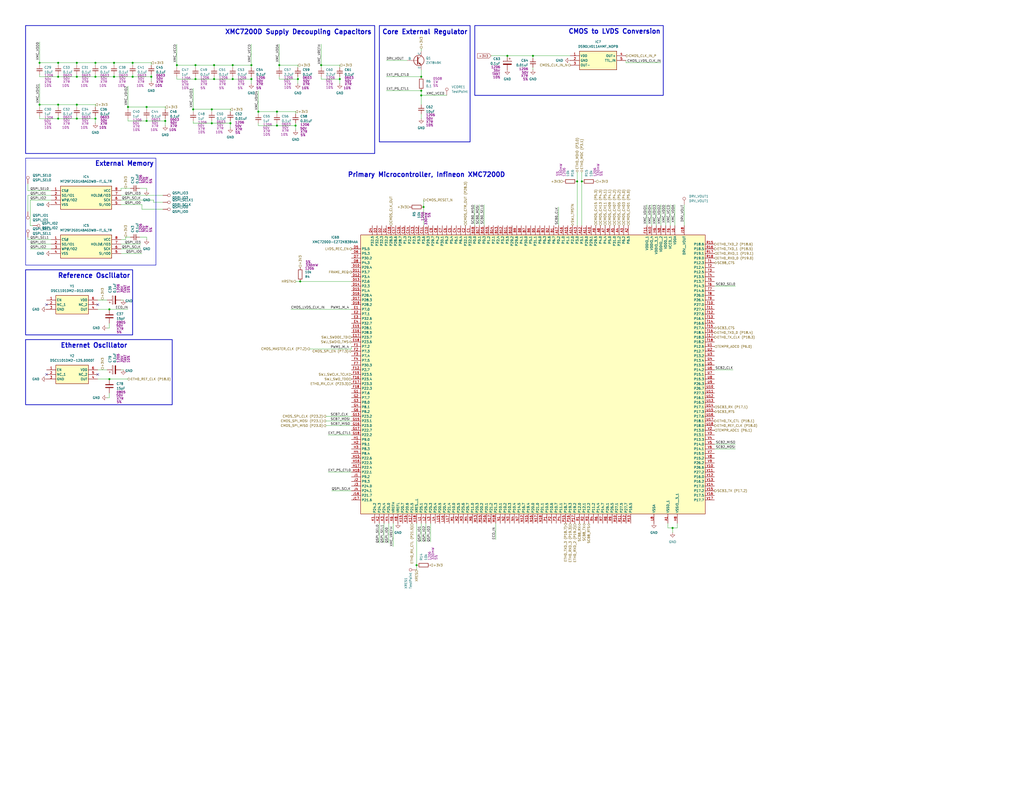
<source format=kicad_sch>
(kicad_sch (version 20250114) (generator "eeschema") (generator_version "9.0")
  (paper "C")
  (rectangle (start 259.08 13.97) (end 361.95 52.07) (stroke (width 0.381)))
  (rectangle (start 13.97 147.32) (end 72.39 182.88) (stroke (width 0.381)))
  (rectangle (start 13.97 185.42) (end 93.98 220.98) (stroke (width 0.381)))
  (rectangle (start 13.97 86.36) (end 85.09 144.78) (stroke (width 0.254)))
  (rectangle (start 207.01 13.97) (end 256.54 77.47) (stroke (width 0.381)))
  (rectangle (start 13.97 13.97) (end 204.47 83.82) (stroke (width 0.381)))
  (text "Ethernet Oscillator" (at 51.308 188.722 0) (effects (font (size 2.54 2.54) (thickness 0.508) (bold yes))))
  (text "External Memory" (at 84.074 89.408 0) (effects (font (size 2.54 2.54) (thickness 0.508) (bold yes)) (justify right)))
  (text "Reference Oscillator" (at 51.308 150.622 0) (effects (font (size 2.54 2.54) (thickness 0.508) (bold yes))))
  (text "XMC7200D Supply Decoupling Capacitors" (at 202.946 17.526 0) (effects (font (size 2.54 2.54) (thickness 0.508) (bold yes)) (justify right)))
  (text "CMOS to LVDS Conversion" (at 360.68 17.272 0) (effects (font (size 2.54 2.54) (thickness 0.508) (bold yes)) (justify right)))
  (text "Primary Microcontroller, Infineon XMC7200D" (at 275.844 95.504 0) (effects (font (size 2.54 2.54) (thickness 0.508) (bold yes)) (justify right)))
  (text "Core External Regulator" (at 231.902 17.526 0) (effects (font (size 2.54 2.54) (thickness 0.508) (bold yes))))
  (junction (at 52.07 41.91))
  (junction (at 137.16 35.56))
  (junction (at 21.59 34.29))
  (junction (at 115.57 67.31))
  (junction (at 62.23 34.29))
  (junction (at 59.69 168.91))
  (junction (at 125.73 67.31))
  (junction (at 80.01 58.42))
  (junction (at 175.26 35.56))
  (junction (at 317.5 99.06))
  (junction (at 52.07 64.77))
  (junction (at 106.68 35.56))
  (junction (at 41.91 34.29))
  (junction (at 162.56 43.18))
  (junction (at 229.87 49.53))
  (junction (at 96.52 35.56))
  (junction (at 41.91 64.77))
  (junction (at 290.83 30.48))
  (junction (at 116.84 43.18))
  (junction (at 82.55 41.91))
  (junction (at 140.97 60.96))
  (junction (at 41.91 57.15))
  (junction (at 152.4 35.56))
  (junction (at 31.75 64.77))
  (junction (at 80.01 66.04))
  (junction (at 31.75 34.29))
  (junction (at 105.41 59.69))
  (junction (at 127 43.18))
  (junction (at 115.57 59.69))
  (junction (at 41.91 41.91))
  (junction (at 116.84 35.56))
  (junction (at 62.23 41.91))
  (junction (at 137.16 43.18))
  (junction (at 151.13 68.58))
  (junction (at 59.69 207.01))
  (junction (at 69.85 58.42))
  (junction (at 127 35.56))
  (junction (at 276.86 30.48))
  (junction (at 163.83 153.67))
  (junction (at 106.68 43.18))
  (junction (at 90.17 66.04))
  (junction (at 231.14 113.03))
  (junction (at 72.39 34.29))
  (junction (at 227.33 308.61))
  (junction (at 31.75 41.91))
  (junction (at 52.07 34.29))
  (junction (at 229.87 41.91))
  (junction (at 314.96 99.06))
  (junction (at 31.75 57.15))
  (junction (at 21.59 57.15))
  (junction (at 151.13 60.96))
  (junction (at 72.39 41.91))
  (junction (at 161.29 68.58))
  (junction (at 229.87 52.07))
  (junction (at 367.03 288.29))
  (junction (at 185.42 43.18))
  (no_connect (at 25.4 204.47))
  (no_connect (at 53.34 204.47))
  (no_connect (at 53.34 166.37))
  (no_connect (at 25.4 166.37))
  (wire (pts (xy 52.07 34.29) (xy 52.07 35.56)))
  (wire (pts (xy 52.07 63.5) (xy 52.07 64.77)))
  (wire (pts (xy 52.07 64.77) (xy 52.07 67.31)))
  (wire (pts (xy 152.4 24.13) (xy 152.4 35.56)))
  (wire (pts (xy 152.4 41.91) (xy 152.4 43.18)))
  (wire (pts (xy 231.14 113.03) (xy 231.14 123.19)))
  (wire (pts (xy 140.97 68.58) (xy 151.13 68.58)))
  (wire (pts (xy 158.75 168.91) (xy 191.77 168.91)))
  (wire (pts (xy 53.34 168.91) (xy 59.69 168.91)))
  (wire (pts (xy 80.01 66.04) (xy 80.01 64.77)))
  (wire (pts (xy 90.17 58.42) (xy 90.17 59.69)))
  (wire (pts (xy 137.16 43.18) (xy 137.16 45.72)))
  (wire (pts (xy 62.23 34.29) (xy 52.07 34.29)))
  (wire (pts (xy 214.63 285.75) (xy 214.63 298.45)))
  (wire (pts (xy 229.87 62.23) (xy 229.87 64.77)))
  (wire (pts (xy 364.49 285.75) (xy 364.49 288.29)))
  (wire (pts (xy 175.26 43.18) (xy 185.42 43.18)))
  (wire (pts (xy 140.97 60.96) (xy 140.97 62.23)))
  (wire (pts (xy 317.5 99.06) (xy 317.5 123.19)))
  (wire (pts (xy 125.73 66.04) (xy 125.73 67.31)))
  (wire (pts (xy 66.04 138.43) (xy 77.47 138.43)))
  (wire (pts (xy 314.96 99.06) (xy 314.96 123.19)))
  (wire (pts (xy 290.83 30.48) (xy 311.15 30.48)))
  (wire (pts (xy 68.58 129.54) (xy 68.58 130.81)))
  (wire (pts (xy 185.42 43.18) (xy 185.42 41.91)))
  (wire (pts (xy 162.56 43.18) (xy 162.56 41.91)))
  (wire (pts (xy 69.85 46.99) (xy 69.85 58.42)))
  (wire (pts (xy 185.42 35.56) (xy 175.26 35.56)))
  (wire (pts (xy 229.87 26.67) (xy 229.87 27.94)))
  (wire (pts (xy 66.04 102.87) (xy 66.04 104.14)))
  (wire (pts (xy 41.91 63.5) (xy 41.91 64.77)))
  (wire (pts (xy 137.16 43.18) (xy 127 43.18)))
  (wire (pts (xy 106.68 35.56) (xy 96.52 35.56)))
  (wire (pts (xy 140.97 67.31) (xy 140.97 68.58)))
  (wire (pts (xy 229.87 52.07) (xy 243.84 52.07)))
  (wire (pts (xy 31.75 34.29) (xy 21.59 34.29)))
  (wire (pts (xy 140.97 49.53) (xy 140.97 60.96)))
  (wire (pts (xy 105.41 67.31) (xy 115.57 67.31)))
  (wire (pts (xy 15.24 106.68) (xy 27.94 106.68)))
  (wire (pts (xy 161.29 153.67) (xy 163.83 153.67)))
  (wire (pts (xy 59.69 217.17) (xy 58.42 217.17)))
  (wire (pts (xy 161.29 60.96) (xy 161.29 62.23)))
  (wire (pts (xy 66.04 130.81) (xy 68.58 130.81)))
  (wire (pts (xy 179.07 237.49) (xy 191.77 237.49)))
  (wire (pts (xy 151.13 68.58) (xy 151.13 67.31)))
  (wire (pts (xy 259.08 111.76) (xy 259.08 123.19)))
  (wire (pts (xy 270.51 285.75) (xy 270.51 294.64)))
  (wire (pts (xy 16.51 133.35) (xy 27.94 133.35)))
  (wire (pts (xy 175.26 41.91) (xy 175.26 43.18)))
  (wire (pts (xy 16.51 109.22) (xy 27.94 109.22)))
  (wire (pts (xy 82.55 40.64) (xy 82.55 41.91)))
  (wire (pts (xy 59.69 214.63) (xy 59.69 217.17)))
  (wire (pts (xy 367.03 288.29) (xy 367.03 290.83)))
  (wire (pts (xy 82.55 34.29) (xy 72.39 34.29)))
  (wire (pts (xy 66.04 133.35) (xy 76.835 133.35)))
  (wire (pts (xy 90.17 66.04) (xy 80.01 66.04)))
  (wire (pts (xy 59.69 176.53) (xy 59.69 179.07)))
  (wire (pts (xy 261.62 111.76) (xy 261.62 123.19)))
  (wire (pts (xy 82.55 41.91) (xy 82.55 44.45)))
  (wire (pts (xy 88.9 114.3) (xy 77.47 114.3)))
  (wire (pts (xy 21.59 45.72) (xy 21.59 57.15)))
  (wire (pts (xy 234.95 285.75) (xy 234.95 295.91)))
  (wire (pts (xy 179.07 257.81) (xy 191.77 257.81)))
  (wire (pts (xy 232.41 285.75) (xy 232.41 295.91)))
  (wire (pts (xy 15.24 129.54) (xy 15.24 130.81)))
  (wire (pts (xy 21.59 64.77) (xy 31.75 64.77)))
  (wire (pts (xy 21.59 57.15) (xy 21.59 58.42)))
  (wire (pts (xy 115.57 67.31) (xy 115.57 66.04)))
  (wire (pts (xy 72.39 40.64) (xy 72.39 41.91)))
  (wire (pts (xy 127 41.91) (xy 127 43.18)))
  (wire (pts (xy 227.33 311.15) (xy 227.33 308.61)))
  (wire (pts (xy 66.04 201.93) (xy 67.31 201.93)))
  (wire (pts (xy 52.07 57.15) (xy 41.91 57.15)))
  (wire (pts (xy 69.85 64.77) (xy 69.85 66.04)))
  (wire (pts (xy 41.91 57.15) (xy 41.91 58.42)))
  (wire (pts (xy 69.85 58.42) (xy 69.85 59.69)))
  (wire (pts (xy 52.07 41.91) (xy 41.91 41.91)))
  (wire (pts (xy 389.89 201.93) (xy 400.05 201.93)))
  (wire (pts (xy 127 35.56) (xy 116.84 35.56)))
  (wire (pts (xy 290.83 36.83) (xy 290.83 38.1)))
  (wire (pts (xy 177.8 232.41) (xy 191.77 232.41)))
  (wire (pts (xy 231.14 109.22) (xy 231.14 113.03)))
  (wire (pts (xy 66.04 111.76) (xy 77.47 111.76)))
  (wire (pts (xy 364.49 288.29) (xy 367.03 288.29)))
  (wire (pts (xy 341.63 34.29) (xy 341.63 33.02)))
  (wire (pts (xy 127 35.56) (xy 127 36.83)))
  (wire (pts (xy 31.75 41.91) (xy 31.75 40.64)))
  (wire (pts (xy 355.6 111.76) (xy 355.6 123.19)))
  (wire (pts (xy 191.77 190.5) (xy 191.77 189.23)))
  (wire (pts (xy 105.41 66.04) (xy 105.41 67.31)))
  (wire (pts (xy 90.17 64.77) (xy 90.17 66.04)))
  (wire (pts (xy 175.26 24.13) (xy 175.26 35.56)))
  (wire (pts (xy 41.91 34.29) (xy 31.75 34.29)))
  (wire (pts (xy 69.85 66.04) (xy 80.01 66.04)))
  (wire (pts (xy 212.09 285.75) (xy 212.09 296.545)))
  (wire (pts (xy 31.75 64.77) (xy 31.75 63.5)))
  (wire (pts (xy 125.73 59.69) (xy 125.73 60.96)))
  (wire (pts (xy 389.89 245.11) (xy 401.32 245.11)))
  (wire (pts (xy 360.68 111.76) (xy 360.68 123.19)))
  (wire (pts (xy 151.13 60.96) (xy 140.97 60.96)))
  (wire (pts (xy 88.9 110.49) (xy 83.82 110.49)))
  (wire (pts (xy 52.07 40.64) (xy 52.07 41.91)))
  (wire (pts (xy 162.56 43.18) (xy 162.56 45.72)))
  (wire (pts (xy 80.01 58.42) (xy 69.85 58.42)))
  (wire (pts (xy 185.42 43.18) (xy 185.42 45.72)))
  (wire (pts (xy 72.39 34.29) (xy 72.39 35.56)))
  (wire (pts (xy 180.975 267.97) (xy 191.77 267.97)))
  (wire (pts (xy 62.23 40.64) (xy 62.23 41.91)))
  (wire (pts (xy 161.29 60.96) (xy 151.13 60.96)))
  (wire (pts (xy 96.52 41.91) (xy 96.52 43.18)))
  (wire (pts (xy 16.51 135.89) (xy 27.94 135.89)))
  (wire (pts (xy 290.83 30.48) (xy 290.83 31.75)))
  (wire (pts (xy 368.3 111.76) (xy 368.3 123.19)))
  (wire (pts (xy 317.5 93.98) (xy 317.5 99.06)))
  (wire (pts (xy 185.42 35.56) (xy 185.42 36.83)))
  (wire (pts (xy 76.2 102.87) (xy 80.01 102.87)))
  (wire (pts (xy 53.34 201.93) (xy 58.42 201.93)))
  (wire (pts (xy 373.38 111.76) (xy 373.38 123.19)))
  (wire (pts (xy 96.52 24.13) (xy 96.52 35.56)))
  (wire (pts (xy 90.17 66.04) (xy 90.17 68.58)))
  (wire (pts (xy 229.87 52.07) (xy 229.87 57.15)))
  (wire (pts (xy 105.41 59.69) (xy 105.41 60.96)))
  (wire (pts (xy 127 43.18) (xy 116.84 43.18)))
  (wire (pts (xy 276.86 30.48) (xy 290.83 30.48)))
  (wire (pts (xy 15.24 104.14) (xy 27.94 104.14)))
  (wire (pts (xy 116.84 43.18) (xy 106.68 43.18)))
  (wire (pts (xy 207.01 285.75) (xy 207.01 296.545)))
  (wire (pts (xy 80.01 58.42) (xy 80.01 59.69)))
  (wire (pts (xy 41.91 57.15) (xy 31.75 57.15)))
  (wire (pts (xy 59.69 207.01) (xy 69.85 207.01)))
  (wire (pts (xy 341.63 34.29) (xy 360.68 34.29)))
  (wire (pts (xy 52.07 64.77) (xy 41.91 64.77)))
  (wire (pts (xy 353.06 111.76) (xy 353.06 123.19)))
  (wire (pts (xy 41.91 34.29) (xy 41.91 35.56)))
  (wire (pts (xy 77.47 114.3) (xy 77.47 111.76)))
  (wire (pts (xy 267.97 30.48) (xy 276.86 30.48)))
  (wire (pts (xy 80.01 129.54) (xy 80.01 130.81)))
  (wire (pts (xy 161.29 71.12) (xy 161.29 68.58)))
  (wire (pts (xy 66.04 135.89) (xy 76.835 135.89)))
  (wire (pts (xy 116.84 35.56) (xy 116.84 36.83)))
  (wire (pts (xy 209.55 285.75) (xy 209.55 296.545)))
  (wire (pts (xy 62.23 34.29) (xy 62.23 35.56)))
  (wire (pts (xy 210.82 41.91) (xy 229.87 41.91)))
  (wire (pts (xy 83.82 110.49) (xy 83.82 109.22)))
  (wire (pts (xy 82.55 35.56) (xy 82.55 34.29)))
  (wire (pts (xy 229.87 49.53) (xy 229.87 52.07)))
  (wire (pts (xy 21.59 41.91) (xy 31.75 41.91)))
  (wire (pts (xy 365.76 111.76) (xy 365.76 123.19)))
  (wire (pts (xy 229.87 285.75) (xy 229.87 295.91)))
  (wire (pts (xy 125.73 67.31) (xy 115.57 67.31)))
  (wire (pts (xy 137.16 24.13) (xy 137.16 35.56)))
  (wire (pts (xy 106.68 35.56) (xy 106.68 36.83)))
  (wire (pts (xy 66.04 109.22) (xy 83.82 109.22)))
  (wire (pts (xy 21.59 57.15) (xy 31.75 57.15)))
  (wire (pts (xy 62.23 41.91) (xy 52.07 41.91)))
  (wire (pts (xy 80.01 102.87) (xy 80.01 104.14)))
  (wire (pts (xy 52.07 34.29) (xy 41.91 34.29)))
  (wire (pts (xy 161.29 67.31) (xy 161.29 68.58)))
  (wire (pts (xy 389.89 156.21) (xy 401.32 156.21)))
  (wire (pts (xy 116.84 35.56) (xy 106.68 35.56)))
  (wire (pts (xy 152.4 35.56) (xy 152.4 36.83)))
  (wire (pts (xy 314.96 93.98) (xy 314.96 99.06)))
  (wire (pts (xy 82.55 41.91) (xy 72.39 41.91)))
  (wire (pts (xy 66.04 163.83) (xy 67.31 163.83)))
  (wire (pts (xy 152.4 43.18) (xy 162.56 43.18)))
  (wire (pts (xy 66.04 102.87) (xy 71.12 102.87)))
  (wire (pts (xy 72.39 41.91) (xy 62.23 41.91)))
  (wire (pts (xy 162.56 35.56) (xy 152.4 35.56)))
  (wire (pts (xy 16.51 123.19) (xy 17.78 123.19)))
  (wire (pts (xy 15.24 115.57) (xy 15.24 106.68)))
  (wire (pts (xy 116.84 41.91) (xy 116.84 43.18)))
  (wire (pts (xy 106.68 43.18) (xy 106.68 41.91)))
  (wire (pts (xy 151.13 60.96) (xy 151.13 62.23)))
  (wire (pts (xy 367.03 288.29) (xy 369.57 288.29)))
  (wire (pts (xy 177.8 227.33) (xy 191.77 227.33)))
  (wire (pts (xy 163.83 153.67) (xy 191.77 153.67)))
  (wire (pts (xy 137.16 35.56) (xy 127 35.56)))
  (wire (pts (xy 53.34 163.83) (xy 58.42 163.83)))
  (wire (pts (xy 41.91 40.64) (xy 41.91 41.91)))
  (wire (pts (xy 161.29 68.58) (xy 151.13 68.58)))
  (wire (pts (xy 115.57 59.69) (xy 105.41 59.69)))
  (wire (pts (xy 227.33 308.61) (xy 227.33 285.75)))
  (wire (pts (xy 162.56 35.56) (xy 162.56 36.83)))
  (wire (pts (xy 115.57 59.69) (xy 115.57 60.96)))
  (wire (pts (xy 66.04 106.68) (xy 88.9 106.68)))
  (wire (pts (xy 15.24 100.33) (xy 15.24 104.14)))
  (wire (pts (xy 264.16 111.76) (xy 264.16 123.19)))
  (wire (pts (xy 76.2 129.54) (xy 80.01 129.54)))
  (wire (pts (xy 125.73 59.69) (xy 115.57 59.69)))
  (wire (pts (xy 59.69 168.91) (xy 69.85 168.91)))
  (wire (pts (xy 15.24 130.81) (xy 27.94 130.81)))
  (wire (pts (xy 52.07 57.15) (xy 52.07 58.42)))
  (wire (pts (xy 21.59 40.64) (xy 21.59 41.91)))
  (wire (pts (xy 21.59 63.5) (xy 21.59 64.77)))
  (wire (pts (xy 168.91 190.5) (xy 191.77 190.5)))
  (wire (pts (xy 125.73 67.31) (xy 125.73 69.85)))
  (wire (pts (xy 21.59 34.29) (xy 21.59 35.56)))
  (wire (pts (xy 31.75 57.15) (xy 31.75 58.42)))
  (wire (pts (xy 358.14 111.76) (xy 358.14 123.19)))
  (wire (pts (xy 369.57 285.75) (xy 369.57 288.29)))
  (wire (pts (xy 68.58 129.54) (xy 71.12 129.54)))
  (wire (pts (xy 175.26 35.56) (xy 175.26 36.83)))
  (wire (pts (xy 304.8 113.03) (xy 304.8 123.19)))
  (wire (pts (xy 96.52 43.18) (xy 106.68 43.18)))
  (wire (pts (xy 210.82 49.53) (xy 229.87 49.53)))
  (wire (pts (xy 137.16 36.83) (xy 137.16 35.56)))
  (wire (pts (xy 41.91 64.77) (xy 31.75 64.77)))
  (wire (pts (xy 363.22 111.76) (xy 363.22 123.19)))
  (wire (pts (xy 59.69 179.07) (xy 58.42 179.07)))
  (wire (pts (xy 137.16 41.91) (xy 137.16 43.18)))
  (wire (pts (xy 53.34 207.01) (xy 59.69 207.01)))
  (wire (pts (xy 16.51 109.22) (xy 16.51 123.19)))
  (wire (pts (xy 90.17 58.42) (xy 80.01 58.42)))
  (wire (pts (xy 31.75 34.29) (xy 31.75 35.56)))
  (wire (pts (xy 96.52 35.56) (xy 96.52 36.83)))
  (wire (pts (xy 72.39 34.29) (xy 62.23 34.29)))
  (wire (pts (xy 105.41 48.26) (xy 105.41 59.69)))
  (wire (pts (xy 210.82 33.02) (xy 222.25 33.02)))
  (wire (pts (xy 41.91 41.91) (xy 31.75 41.91)))
  (wire (pts (xy 177.8 229.87) (xy 191.77 229.87)))
  (wire (pts (xy 229.87 38.1) (xy 229.87 41.91)))
  (wire (pts (xy 389.89 242.57) (xy 401.32 242.57)))
  (wire (pts (xy 21.59 22.86) (xy 21.59 34.29)))
  (label "QSPI_IO2" (at 16.51 135.89 0))
  (label "XMC_VDIO1" (at 21.59 45.72 270))
  (label "XMC_VDDD" (at 21.59 22.86 270))
  (label "CMOS_LVDS_CLK_IN" (at 158.75 168.91 0))
  (label "QSPI_SCLK" (at 180.975 267.97 0))
  (label "QSPI_IO0" (at 76.835 111.76 180))
  (label "QSPI_IO0" (at 77.47 138.43 180))
  (label "QSPI_IO1" (at 16.51 133.35 0))
  (label "QSPI_IO3" (at 76.835 133.35 180))
  (label "QSPI_IO2" (at 232.41 295.91 90))
  (label "XMC_VDIO2" (at 360.68 111.76 270))
  (label "SCB0_MOSI" (at 261.62 111.76 270))
  (label "XMC_VDIO3" (at 105.41 48.26 270))
  (label "QSPI_IO0" (at 212.09 296.545 90))
  (label "SCB2_CLK" (at 400.05 201.93 180))
  (label "QSPI_IO2" (at 16.51 109.22 0))
  (label "EXT_PS_CTL0" (at 210.82 41.91 0))
  (label "SCB0_MISO" (at 259.08 111.76 270))
  (label "ECO_IN" (at 270.51 294.64 90))
  (label "PWM1_M_4" (at 180.34 190.5 0))
  (label "QSPI_IO3" (at 234.95 295.91 90))
  (label "QSPI_IO1" (at 16.51 106.68 0))
  (label "CMOS_LVDS_CLK_IN" (at 360.68 34.29 180))
  (label "XMC_VCCD" (at 96.52 24.13 270))
  (label "DRV_VOUT" (at 210.82 33.02 0))
  (label "SCB0_SEL0" (at 264.16 111.76 270))
  (label "QSPI_SCLK" (at 76.835 135.89 180))
  (label "XMC_VCCD" (at 242.57 52.07 180))
  (label "XMC_VDDA" (at 152.4 24.13 270))
  (label "XMC_VCCD" (at 365.76 111.76 270))
  (label "QSPI_IO3" (at 76.835 106.68 180))
  (label "XMC_VDIO2" (at 69.85 46.99 270))
  (label "XMC_VDDA" (at 368.3 111.76 270))
  (label "QSPI_SCLK" (at 76.835 109.22 180))
  (label "EXT_PS_CTL0" (at 179.07 257.81 0))
  (label "XMC_VDIO4" (at 355.6 111.76 270))
  (label "EXT_PS_CTL1" (at 210.82 49.53 0))
  (label "XMC_VREFH" (at 175.26 24.13 270))
  (label "DRV_VOUT" (at 373.38 111.76 270))
  (label "SCB2_MOSI" (at 401.32 245.11 180))
  (label "SCB7_MOSI" (at 180.34 229.87 0))
  (label "SCB0_CLK" (at 304.8 113.03 270))
  (label "SCB7_CLK" (at 180.34 227.33 0))
  (label "QSPI_SEL1" (at 209.55 296.545 90))
  (label "XMC_VCCD" (at 137.16 24.13 270))
  (label "QSPI_IO1" (at 229.87 295.91 90))
  (label "SCB2_SEL0" (at 401.32 156.21 180))
  (label "XMC_VDDD" (at 363.22 111.76 270))
  (label "EXT_PS_CTL1" (at 179.07 237.49 0))
  (label "XMC_VDIO3" (at 358.14 111.76 270))
  (label "QSPI_SEL0" (at 16.51 104.14 0))
  (label "ECO_IN" (at 69.85 168.91 180))
  (label "SCB2_MISO" (at 401.32 242.57 180))
  (label "XMC_VDIO1" (at 353.06 111.76 270))
  (label "QSPI_SEL1" (at 16.51 130.81 0))
  (label "QSPI_SEL0" (at 207.01 296.545 90))
  (label "PWM1_M_4" (at 180.34 168.91 0))
  (label "XMC_VDIO4" (at 140.97 49.53 270))
  (label "XMC_VREFH" (at 214.63 298.45 90))
  (label "SCB7_MISO" (at 180.34 232.41 0))
  (global_label "+3V3" (shape input) (at 267.97 30.48 180) (property "Intersheetrefs" "${INTERSHEET_REFS}" (effects (hide yes))))
  (hierarchical_label "+3V3" (shape input) (at 325.12 99.06 0))
  (hierarchical_label "ETH0_RX_CLK (P23.3)" (shape input) (at 191.77 209.55 180))
  (hierarchical_label "ETH0_RXD_0 (P19.0)" (shape input) (at 389.89 140.97 0))
  (hierarchical_label "ETH0_RXD_3 (P19.3)" (shape input) (at 311.15 285.75 270))
  (hierarchical_label "CMOS_CH03 (P4.0)" (shape input) (at 340.36 123.19 90))
  (hierarchical_label "SCB3_CTS" (shape bidirectional) (at 389.89 179.07 0))
  (hierarchical_label "TEMPR_ADC0 (P6.0)" (shape input) (at 389.89 189.23 0))
  (hierarchical_label "ETH0_MDC (P3.1)" (shape bidirectional) (at 317.5 93.98 90))
  (hierarchical_label "ETH0_REF_CLK (P18.0)" (shape output) (at 69.85 207.01 0))
  (hierarchical_label "+3V3" (shape input) (at 52.07 57.15 0))
  (hierarchical_label "CMOS_CLK_IN_N" (shape output) (at 311.15 35.56 180))
  (hierarchical_label "LVDS_REC_EN" (shape output) (at 191.77 135.89 180))
  (hierarchical_label "SWJ_SWDOE_TDI" (shape input) (at 191.77 184.15 180))
  (hierarchical_label "ETH0_RXD_2 (P19.2)" (shape input) (at 313.69 285.75 270))
  (hierarchical_label "CMOS_RESET_N" (shape output) (at 231.14 109.22 0))
  (hierarchical_label "SCB8_RX" (shape bidirectional) (at 316.23 285.75 270))
  (hierarchical_label "ETH0_REF_CLK (P18.0)" (shape output) (at 389.89 232.41 0))
  (hierarchical_label "SWJ_SWDIO_TMS" (shape bidirectional) (at 191.77 186.69 180))
  (hierarchical_label "+3V3" (shape input) (at 234.95 308.61 0))
  (hierarchical_label "ETH0_RXD_1 (P19.1)" (shape input) (at 389.89 138.43 0))
  (hierarchical_label "+3V3" (shape input) (at 68.58 102.87 90))
  (hierarchical_label "CMOS_SPI_MOSI (P23.1)" (shape output) (at 177.8 229.87 180))
  (hierarchical_label "SWJ_TRSTN" (shape bidirectional) (at 312.42 123.19 90))
  (hierarchical_label "+3V3" (shape input) (at 161.29 60.96 0))
  (hierarchical_label "ETH0_MDIO (P3.0)" (shape bidirectional) (at 314.96 93.98 90))
  (hierarchical_label "ETH0_TX_CTL (P18.1)" (shape output) (at 389.89 229.87 0))
  (hierarchical_label "+3V3" (shape input) (at 223.52 113.03 180))
  (hierarchical_label "TEMPR_ADC1 (P6.1)" (shape input) (at 389.89 234.95 0))
  (hierarchical_label "CMOS_CH13 (P4.3)" (shape input) (at 327.66 123.19 90))
  (hierarchical_label "SCB8_TX" (shape bidirectional) (at 318.77 285.75 270))
  (hierarchical_label "CMOS_CLK_OUT" (shape input) (at 213.36 123.19 90))
  (hierarchical_label "ETH0_TXD_1 (P18.5)" (shape output) (at 389.89 135.89 0))
  (hierarchical_label "CMOS_CTR_OUT (P28.3)" (shape input) (at 254 123.19 90))
  (hierarchical_label "CMOS_CLK_IN_P" (shape output) (at 341.63 30.48 0))
  (hierarchical_label "SCB3_RTS" (shape bidirectional) (at 389.89 224.79 0))
  (hierarchical_label "+3V3" (shape input) (at 55.88 201.93 90))
  (hierarchical_label "CMOS_SPI_EN (P7.3)" (shape bidirectional) (at 191.77 191.77 180))
  (hierarchical_label "+3V3" (shape input) (at 68.58 129.54 90))
  (hierarchical_label "ETH0_TXD_2 (P18.6)" (shape output) (at 389.89 133.35 0))
  (hierarchical_label "+3V3" (shape input) (at 307.34 99.06 180))
  (hierarchical_label "FRAME_REQ" (shape output) (at 191.77 148.59 180))
  (hierarchical_label "CMOS_CH11 (P5.1)" (shape input) (at 330.2 123.19 90))
  (hierarchical_label "ETH0_TX_CLK (P18.3)" (shape output) (at 389.89 184.15 0))
  (hierarchical_label "ETH0_TXD_3 (P18.7)" (shape output) (at 308.61 285.75 270))
  (hierarchical_label "HRSTN" (shape output) (at 161.29 153.67 180))
  (hierarchical_label "CMOS_CH01 (P5.0)" (shape input) (at 342.9 123.19 90))
  (hierarchical_label "SCB3_TX (P17.2)" (shape output) (at 389.89 267.97 0))
  (hierarchical_label "ETH0_TXD_0 (P18.4)" (shape output) (at 389.89 181.61 0))
  (hierarchical_label "+3V3" (shape input) (at 90.17 58.42 0))
  (hierarchical_label "SCB3_RX (P17.1)" (shape input) (at 389.89 222.25 0))
  (hierarchical_label "SWJ_SWCLK_TCLK" (shape input) (at 191.77 204.47 180))
  (hierarchical_label "+3V3" (shape input) (at 185.42 35.56 0))
  (hierarchical_label "CMOS_CH09 (P4.1)" (shape input) (at 332.74 123.19 90))
  (hierarchical_label "ETH0_RX_CTL (P21.5)" (shape input) (at 224.79 285.75 270))
  (hierarchical_label "CMOS_SPI_CLK (P23.2)" (shape output) (at 177.8 227.33 180))
  (hierarchical_label "CMOS_SPI_MISO (P23.0)" (shape output) (at 177.8 232.41 180))
  (hierarchical_label "+3V3" (shape input) (at 55.88 163.83 90))
  (hierarchical_label "+3V3" (shape input) (at 163.83 146.05 90))
  (hierarchical_label "CMOS_CH15 (P5.3)" (shape input) (at 325.12 123.19 90))
  (hierarchical_label "+3V3" (shape input) (at 162.56 35.56 0))
  (hierarchical_label "CMOS_MASTER_CLK (P7.2)" (shape output) (at 168.91 190.5 180))
  (hierarchical_label "CMOS_CH07 (P4.2)" (shape input) (at 335.28 123.19 90))
  (hierarchical_label "+3V3" (shape input) (at 82.55 34.29 0))
  (hierarchical_label "XRES" (shape input) (at 227.33 311.15 270))
  (hierarchical_label "+3V3" (shape input) (at 229.87 26.67 90))
  (hierarchical_label "+3V3" (shape input) (at 125.73 59.69 0))
  (hierarchical_label "SWJ_SWO_TDO" (shape input) (at 191.77 207.01 180))
  (hierarchical_label "SCB8_CTS" (shape bidirectional) (at 389.89 143.51 0))
  (hierarchical_label "SCB8_RTS" (shape bidirectional) (at 321.31 285.75 270))
  (hierarchical_label "CMOS_CH05 (P5.2)" (shape input) (at 337.82 123.19 90))
  (symbol (lib_id "Connector:TestPoint") (at 243.84 52.07 0) (unit 1) (in_bom no)
    (property "Reference" "VCORE1" (at 246.38 47.4979 0) (effects (justify left)))
    (property "Value" "TestPoint" (at 246.38 50.0379 0) (effects (justify left)))
    (property "Footprint" "TestPoint:TestPoint_Pad_D1.0mm" (effects (hide yes)))
    (property "Description" "test point" (effects (hide yes)))
  )
  (symbol (lib_id "Device:C_Small") (at 52.07 60.96 0) (unit 1)
    (property "Reference" "C36" (at 54.61 59.6962 0) (effects (justify left)))
    (property "Value" "0.1uF" (at 54.61 62.2362 0) (effects (justify left)))
    (property "Footprint" "Capacitor_SMD:C_0603_1608Metric" (effects (hide yes)))
    (property "Description" "Unpolarized capacitor, small symbol" (effects (hide yes)))
    (property "Voltage Rating" "50V" (at 56.642 65.786 0))
    (property "Dielectric" "X7R" (at 56.642 67.564 0))
    (property "Tolerance" "10%" (at 56.134 69.596 0))
    (property "Mouser Part Number" "963-UMK107B7104KAHT" (effects (hide yes)))
    (property "Mouser Price/Stock" "https://www.mouser.com/ProductDetail/TAIYO-YUDEN/UMK107B7104KAHT?qs=CNQs48zzdnp%2Fe1hmQgH1qg%3D%3D" (effects (hide yes)))
    (property "Package Size" "0603" (at 57.15 64.008 0))
  )
  (symbol (lib_id "Connector:TestPoint") (at 88.9 114.3 270) (unit 1)
    (property "Reference" "QSPI_IO0" (at 93.98 113.0299 90) (effects (justify left)))
    (property "Value" "QSPI_IO0" (at 93.98 115.5699 90) (effects (justify left)))
    (property "Footprint" "TestPoint:TestPoint_Pad_2.0x2.0mm" (effects (hide yes)))
    (property "Description" "test point" (effects (hide yes)))
  )
  (symbol (lib_id "power:GND") (at 162.56 45.72 0) (unit 1)
    (property "Reference" "#PWR045" (effects (hide yes)))
    (property "Value" "GND" (at 162.56 50.8 0))
    (property "Description" "Power symbol creates a global label with name \"GND\" , ground" (effects (hide yes)))
  )
  (symbol (lib_id "SamacSys_Parts:MT29F2G01ABAGDWB-IT_G_TR") (at 27.94 104.14 0) (unit 1)
    (property "Reference" "IC4" (at 46.99 96.52 0))
    (property "Value" "MT29F2G01ABAGDWB-IT_G_TR" (at 46.99 99.06 0))
    (property "Footprint" "SamacSys_Parts:SON127P800X600X65-8N" (effects (hide yes)))
    (property "Datasheet" "https://www.arrow.com/en/products/mt29f2g01abagdwb-itgtr/micron-technology" (effects (hide yes)))
    (property "Description" "IC FLASH 2G SPI 8UPDFN" (effects (hide yes)))
    (property "Height" "0.65" (effects (hide yes)))
    (property "Manufacturer_Name" "Micron" (effects (hide yes)))
    (property "Manufacturer_Part_Number" "MT29F2G01ABAGDWB-IT:G TR" (effects (hide yes)))
    (property "Mouser Part Number" "340-319922-REEL" (effects (hide yes)))
    (property "Mouser Price/Stock" "https://www.mouser.com/ProductDetail/Micron/MT29F2G01ABAGDWB-ITG-TR?qs=j%252B1pi9TdxUa99FyONPZPSg%3D%3D" (effects (hide yes)))
  )
  (symbol (lib_id "SamacSys_Parts:XMC7200D-E272K8384AA") (at 218.44 138.43 0) (unit 2)
    (property "Reference" "IC6" (at 182.88 129.5714 0))
    (property "Value" "XMC7200D-E272K8384AA" (at 182.88 132.1114 0))
    (property "Footprint" "SamacSys_Parts:BGA272C80P18X18_1600X1600X170" (effects (hide yes)))
    (property "Datasheet" "https://www.infineon.com/cms/en/product/microcontroller/32-bit-industrial-microcontroller-based-on-arm-cortex-m/32-bit-xmc7000-industrial-microcontroller-arm-cortex-m7/xmc7200d-e272k8384aa/?tab=~%27all#!designsupport" (effects (hide yes)))
    (property "Description" "ARM Microcontrollers - MCU" (effects (hide yes)))
    (property "Height" "1.7" (effects (hide yes)))
    (property "Manufacturer_Name" "Infineon" (effects (hide yes)))
    (property "Manufacturer_Part_Number" "XMC7200D-E272K8384AA" (effects (hide yes)))
    (property "Mouser Part Number" "726-C7200DE272K8384A" (effects (hide yes)))
    (property "Mouser Price/Stock" "https://www.mouser.com/ProductDetail/Infineon-Technologies/XMC7200D-E272K8384AA?qs=IPgv5n7u5QboW26YEH1Jvg%3D%3D&srsltid=AfmBOoovwbSwRoy-OPaAM_cjlSoM3UdF77G4mLSyiGqq1XtnX7aATCcF" (effects (hide yes)))
  )
  (symbol (lib_id "Device:C_Small") (at 80.01 62.23 0) (unit 1)
    (property "Reference" "C44" (at 82.55 60.9662 0) (effects (justify left)))
    (property "Value" "0.1uF" (at 82.55 63.5062 0) (effects (justify left)))
    (property "Footprint" "Capacitor_SMD:C_0603_1608Metric" (effects (hide yes)))
    (property "Description" "Unpolarized capacitor, small symbol" (effects (hide yes)))
    (property "Voltage Rating" "50V" (at 84.582 67.056 0))
    (property "Dielectric" "X7R" (at 84.582 68.834 0))
    (property "Tolerance" "10%" (at 84.074 70.866 0))
    (property "Mouser Part Number" "963-UMK107B7104KAHT" (effects (hide yes)))
    (property "Mouser Price/Stock" "https://www.mouser.com/ProductDetail/TAIYO-YUDEN/UMK107B7104KAHT?qs=CNQs48zzdnp%2Fe1hmQgH1qg%3D%3D" (effects (hide yes)))
    (property "Package Size" "0603" (at 85.09 65.278 0))
  )
  (symbol (lib_id "SamacSys_Parts:DSC1101DM2-012.0000") (at 25.4 163.83 0) (unit 1)
    (property "Reference" "Y1" (at 39.37 156.21 0))
    (property "Value" "DSC1101DM2-012.0000" (at 39.37 158.75 0))
    (property "Footprint" "SamacSys_Parts:DSC1101DM20120000" (effects (hide yes)))
    (property "Datasheet" "https://ww1.microchip.com/downloads/aemDocuments/documents/TCG/ProductDocuments/DataSheets/DSC1101-21-Low-Jitter-Precision-CMOS-Oscillator-DS20005613D.pdf" (effects (hide yes)))
    (property "Description" "Standard Clock Oscillators Oscillator Hi Perf -55C-125C 25ppm" (effects (hide yes)))
    (property "Height" "0.9" (effects (hide yes)))
    (property "Manufacturer_Name" "Microchip" (effects (hide yes)))
    (property "Manufacturer_Part_Number" "DSC1101DM2-012.0000" (effects (hide yes)))
    (property "Mouser Part Number" "579-DSC1101DM2012" (effects (hide yes)))
    (property "Mouser Price/Stock" "https://www.mouser.com/ProductDetail/Microchip-Technology/DSC1101DM2-012.0000?qs=Gd3Cm49KlLMvFQgrIIxy1Q%3D%3D" (effects (hide yes)))
  )
  (symbol (lib_id "Device:C_Small") (at 41.91 38.1 0) (unit 1)
    (property "Reference" "C31" (at 44.45 36.8362 0) (effects (justify left)))
    (property "Value" "0.1uF" (at 44.45 39.3762 0) (effects (justify left)))
    (property "Footprint" "Capacitor_SMD:C_0603_1608Metric" (effects (hide yes)))
    (property "Description" "Unpolarized capacitor, small symbol" (effects (hide yes)))
    (property "Voltage Rating" "50V" (at 46.482 42.926 0))
    (property "Dielectric" "X7R" (at 46.482 44.704 0))
    (property "Tolerance" "10%" (at 45.974 46.736 0))
    (property "Mouser Part Number" "963-UMK107B7104KAHT" (effects (hide yes)))
    (property "Mouser Price/Stock" "https://www.mouser.com/ProductDetail/TAIYO-YUDEN/UMK107B7104KAHT?qs=CNQs48zzdnp%2Fe1hmQgH1qg%3D%3D" (effects (hide yes)))
    (property "Package Size" "0603" (at 46.99 41.148 0))
  )
  (symbol (lib_id "Connector:TestPoint") (at 88.9 106.68 270) (unit 1)
    (property "Reference" "QSPI_IO3" (at 93.98 105.4099 90) (effects (justify left)))
    (property "Value" "QSPI_IO3" (at 93.98 107.9499 90) (effects (justify left)))
    (property "Footprint" "TestPoint:TestPoint_Pad_2.0x2.0mm" (effects (hide yes)))
    (property "Description" "test point" (effects (hide yes)))
  )
  (symbol (lib_id "Device:C_Small") (at 52.07 38.1 0) (unit 1)
    (property "Reference" "C35" (at 54.61 36.8362 0) (effects (justify left)))
    (property "Value" "0.1uF" (at 54.61 39.3762 0) (effects (justify left)))
    (property "Footprint" "Capacitor_SMD:C_0603_1608Metric" (effects (hide yes)))
    (property "Description" "Unpolarized capacitor, small symbol" (effects (hide yes)))
    (property "Voltage Rating" "50V" (at 56.642 42.926 0))
    (property "Dielectric" "X7R" (at 56.642 44.704 0))
    (property "Tolerance" "10%" (at 56.134 46.736 0))
    (property "Mouser Part Number" "963-UMK107B7104KAHT" (effects (hide yes)))
    (property "Mouser Price/Stock" "https://www.mouser.com/ProductDetail/TAIYO-YUDEN/UMK107B7104KAHT?qs=CNQs48zzdnp%2Fe1hmQgH1qg%3D%3D" (effects (hide yes)))
    (property "Package Size" "0603" (at 57.15 41.148 0))
  )
  (symbol (lib_id "Connector:TestPoint") (at 15.24 129.54 0) (unit 1)
    (property "Reference" "QSPI_SEL1" (at 17.78 124.9679 0) (effects (justify left)))
    (property "Value" "QSPI_SEL1" (at 17.78 127.5079 0) (effects (justify left)))
    (property "Footprint" "TestPoint:TestPoint_Pad_2.0x2.0mm" (effects (hide yes)))
    (property "Description" "test point" (effects (hide yes)))
  )
  (symbol (lib_id "Device:C_Small") (at 229.87 59.69 0) (unit 1)
    (property "Reference" "C62" (at 232.41 58.4262 0) (effects (justify left)))
    (property "Value" "10uF" (at 232.41 60.9662 0) (effects (justify left)))
    (property "Footprint" "Capacitor_SMD:C_1206_3216Metric" (effects (hide yes)))
    (property "Description" "Unpolarized capacitor, small symbol" (effects (hide yes)))
    (property "Voltage Rating" "50V" (at 234.442 64.77 0))
    (property "Dielectric" "X7R" (at 234.442 66.548 0))
    (property "Tolerance" "10%" (at 234.442 68.326 0))
    (property "Mouser Part Number" "187-CL31B106KBK6PJE" (effects (hide yes)))
    (property "Mouser Price/Stock" "https://www.mouser.com/ProductDetail/Samsung-Electro-Mechanics/CL31B106KBK6PJE?qs=3vio67wFuYp0lbjHU%2FUvIA%3D%3D" (effects (hide yes)))
    (property "Package Size" "1206" (at 234.95 62.738 0))
  )
  (symbol (lib_id "Device:C_Small") (at 175.26 39.37 0) (unit 1)
    (property "Reference" "C60" (at 177.8 38.1062 0) (effects (justify left)))
    (property "Value" "2.2uF" (at 177.8 40.6462 0) (effects (justify left)))
    (property "Footprint" "Capacitor_SMD:C_1206_3216Metric" (effects (hide yes)))
    (property "Description" "Unpolarized capacitor, small symbol" (effects (hide yes)))
    (property "Voltage Rating" "50V" (at 179.578 44.196 0))
    (property "Dielectric" "X7R" (at 179.832 45.974 0))
    (property "Tolerance" "10%" (at 179.832 47.752 0))
    (property "Mouser Part Number" "80-C1206X225K5REAULR" (effects (hide yes)))
    (property "Mouser Price/Stock" "https://www.mouser.com/ProductDetail/KEMET/C1206X225K5RECAUTO7210?qs=MLItCLRbWsxA2dJl6KqBcQ%3D%3D" (effects (hide yes)))
    (property "Package Size" "1206" (at 180.34 42.418 0))
  )
  (symbol (lib_id "power:GND") (at 290.83 38.1 0) (unit 1)
    (property "Reference" "#PWR050" (effects (hide yes)))
    (property "Value" "GND" (at 290.83 43.18 0))
    (property "Description" "Power symbol creates a global label with name \"GND\" , ground" (effects (hide yes)))
  )
  (symbol (lib_id "power:GND") (at 137.16 45.72 0) (unit 1)
    (property "Reference" "#PWR043" (effects (hide yes)))
    (property "Value" "GND" (at 137.16 50.8 0))
    (property "Description" "Power symbol creates a global label with name \"GND\" , ground" (effects (hide yes)))
  )
  (symbol (lib_id "Device:C_Small") (at 115.57 63.5 0) (unit 1)
    (property "Reference" "C50" (at 118.11 62.2362 0) (effects (justify left)))
    (property "Value" "0.1uF" (at 118.11 64.7762 0) (effects (justify left)))
    (property "Footprint" "Capacitor_SMD:C_0603_1608Metric" (effects (hide yes)))
    (property "Description" "Unpolarized capacitor, small symbol" (effects (hide yes)))
    (property "Voltage Rating" "50V" (at 120.142 68.326 0))
    (property "Dielectric" "X7R" (at 120.142 70.104 0))
    (property "Tolerance" "10%" (at 119.634 72.136 0))
    (property "Mouser Part Number" "963-UMK107B7104KAHT" (effects (hide yes)))
    (property "Mouser Price/Stock" "https://www.mouser.com/ProductDetail/TAIYO-YUDEN/UMK107B7104KAHT?qs=CNQs48zzdnp%2Fe1hmQgH1qg%3D%3D" (effects (hide yes)))
    (property "Package Size" "0603" (at 120.65 66.548 0))
  )
  (symbol (lib_id "power:GND") (at 82.55 44.45 0) (unit 1)
    (property "Reference" "#PWR040" (effects (hide yes)))
    (property "Value" "GND" (at 82.55 49.53 0))
    (property "Description" "Power symbol creates a global label with name \"GND\" , ground" (effects (hide yes)))
  )
  (symbol (lib_id "Device:C_Small") (at 140.97 64.77 0) (unit 1)
    (property "Reference" "C55" (at 143.51 63.5062 0) (effects (justify left)))
    (property "Value" "1uF" (at 143.51 66.0462 0) (effects (justify left)))
    (property "Footprint" "Capacitor_SMD:C_1206_3216Metric" (effects (hide yes)))
    (property "Description" "Unpolarized capacitor, small symbol" (effects (hide yes)))
    (property "Voltage Rating" "50V" (at 145.288 69.85 0))
    (property "Dielectric" "X7R" (at 145.542 71.628 0))
    (property "Tolerance" "10%" (at 145.542 73.406 0))
    (property "Mouser Part Number" "963-UMK316B7105KL-T" (effects (hide yes)))
    (property "Mouser Price/Stock" "https://www.mouser.com/ProductDetail/TAIYO-YUDEN/UMK316B7105KL-T?qs=PzICbMaShUeAE92Yk%252BDciQ%3D%3D" (effects (hide yes)))
    (property "Package Size" "1206" (at 146.05 68.072 0))
  )
  (symbol (lib_id "power:GND") (at 52.07 67.31 0) (unit 1)
    (property "Reference" "#PWR035" (effects (hide yes)))
    (property "Value" "GND" (at 52.07 72.39 0))
    (property "Description" "Power symbol creates a global label with name \"GND\" , ground" (effects (hide yes)))
  )
  (symbol (lib_id "power:GND") (at 125.73 69.85 0) (unit 1)
    (property "Reference" "#PWR042" (effects (hide yes)))
    (property "Value" "GND" (at 125.73 74.93 0))
    (property "Description" "Power symbol creates a global label with name \"GND\" , ground" (effects (hide yes)))
  )
  (symbol (lib_id "Device:C_Small") (at 41.91 60.96 0) (unit 1)
    (property "Reference" "C34" (at 44.45 59.6962 0) (effects (justify left)))
    (property "Value" "0.1uF" (at 44.45 62.2362 0) (effects (justify left)))
    (property "Footprint" "Capacitor_SMD:C_0603_1608Metric" (effects (hide yes)))
    (property "Description" "Unpolarized capacitor, small symbol" (effects (hide yes)))
    (property "Voltage Rating" "50V" (at 46.482 65.786 0))
    (property "Dielectric" "X7R" (at 46.482 67.564 0))
    (property "Tolerance" "10%" (at 45.974 69.596 0))
    (property "Mouser Part Number" "963-UMK107B7104KAHT" (effects (hide yes)))
    (property "Mouser Price/Stock" "https://www.mouser.com/ProductDetail/TAIYO-YUDEN/UMK107B7104KAHT?qs=CNQs48zzdnp%2Fe1hmQgH1qg%3D%3D" (effects (hide yes)))
    (property "Package Size" "0603" (at 46.99 64.008 0))
  )
  (symbol (lib_id "Connector:TestPoint") (at 15.24 100.33 0) (unit 1)
    (property "Reference" "QSPI_SEL0" (at 17.78 95.7579 0) (effects (justify left)))
    (property "Value" "QSPI_SEL0" (at 17.78 98.2979 0) (effects (justify left)))
    (property "Footprint" "TestPoint:TestPoint_Pad_2.0x2.0mm" (effects (hide yes)))
    (property "Description" "test point" (effects (hide yes)))
  )
  (symbol (lib_id "Device:C_Small") (at 125.73 63.5 0) (unit 1)
    (property "Reference" "C52" (at 128.27 62.2362 0) (effects (justify left)))
    (property "Value" "0.01uF" (at 128.27 64.7762 0) (effects (justify left)))
    (property "Footprint" "Capacitor_SMD:C_1206_3216Metric" (effects (hide yes)))
    (property "Description" "Unpolarized capacitor, small symbol" (effects (hide yes)))
    (property "Voltage Rating" "50V" (at 130.048 68.834 0))
    (property "Dielectric" "X7R" (at 130.302 70.612 0))
    (property "Tolerance" "5%" (at 129.794 72.39 0))
    (property "Mouser Part Number" "581-12065C103J4T4A" (effects (hide yes)))
    (property "Mouser Price/Stock" "https://www.mouser.com/ProductDetail/KYOCERA-AVX/12065C103J4T4A?qs=5aG0NVq1C4w1SiJv4fhCjQ%3D%3D" (effects (hide yes)))
    (property "Package Size" "1206" (at 130.81 66.802 0))
  )
  (symbol (lib_id "power:GND") (at 276.86 38.1 0) (unit 1)
    (property "Reference" "#PWR049" (effects (hide yes)))
    (property "Value" "GND" (at 276.86 43.18 0))
    (property "Description" "Power symbol creates a global label with name \"GND\" , ground" (effects (hide yes)))
  )
  (symbol (lib_id "Device:R") (at 163.83 149.86 0) (mirror x) (unit 1)
    (property "Reference" "R4" (at 166.37 151.1301 0) (effects (justify left)))
    (property "Value" "10k" (at 166.37 148.5901 0) (effects (justify left)))
    (property "Footprint" "Resistor_SMD:R_1206_3216Metric" (effects (hide yes)))
    (property "Description" "Resistor" (effects (hide yes)))
    (property "Power Rating" "330mW" (at 170.18 144.78 0))
    (property "Tolerance" "5%" (at 168.148 143.002 0))
    (property "Mouser Part Number" "667-ERJ-T08J103V" (effects (hide yes)))
    (property "Mouser Price/Stock" "https://www.mouser.com/ProductDetail/Panasonic/ERJ-T08J103V?qs=iIVTEDlrHA0RyZNTmuQ2%2FA%3D%3D" (effects (hide yes)))
    (property "Package Size" "1206" (at 168.91 146.558 0))
  )
  (symbol (lib_id "Device:C_Small") (at 161.29 64.77 0) (unit 1)
    (property "Reference" "C58" (at 163.83 63.5062 0) (effects (justify left)))
    (property "Value" "0.01uF" (at 163.83 66.0462 0) (effects (justify left)))
    (property "Footprint" "Capacitor_SMD:C_1206_3216Metric" (effects (hide yes)))
    (property "Description" "Unpolarized capacitor, small symbol" (effects (hide yes)))
    (property "Voltage Rating" "50V" (at 165.608 70.104 0))
    (property "Dielectric" "X7R" (at 165.862 71.882 0))
    (property "Tolerance" "5%" (at 165.354 73.66 0))
    (property "Mouser Part Number" "581-12065C103J4T4A" (effects (hide yes)))
    (property "Mouser Price/Stock" "https://www.mouser.com/ProductDetail/KYOCERA-AVX/12065C103J4T4A?qs=5aG0NVq1C4w1SiJv4fhCjQ%3D%3D" (effects (hide yes)))
    (property "Package Size" "1206" (at 166.37 68.072 0))
  )
  (symbol (lib_id "power:GND") (at 27.94 138.43 270) (unit 1)
    (property "Reference" "#PWR034" (effects (hide yes)))
    (property "Value" "GND" (at 24.13 138.4299 90) (effects (justify right)))
    (property "Description" "Power symbol creates a global label with name \"GND\" , ground" (effects (hide yes)))
  )
  (symbol (lib_id "power:GND") (at 67.31 163.83 0) (unit 1)
    (property "Reference" "#PWR037" (effects (hide yes)))
    (property "Value" "GND" (at 68.326 164.338 0) (effects (justify left)))
    (property "Description" "Power symbol creates a global label with name \"GND\" , ground" (effects (hide yes)))
  )
  (symbol (lib_id "Connector:TestPoint") (at 17.78 123.19 270) (unit 1)
    (property "Reference" "QSPI_IO2" (at 22.86 121.9199 90) (effects (justify left)))
    (property "Value" "QSPI_IO2" (at 22.86 124.4599 90) (effects (justify left)))
    (property "Footprint" "TestPoint:TestPoint_Pad_2.0x2.0mm" (effects (hide yes)))
    (property "Description" "test point" (effects (hide yes)))
  )
  (symbol (lib_id "Device:C_Small") (at 21.59 60.96 0) (unit 1)
    (property "Reference" "C30" (at 24.13 59.6962 0) (effects (justify left)))
    (property "Value" "1uF" (at 24.13 62.2362 0) (effects (justify left)))
    (property "Footprint" "Capacitor_SMD:C_1206_3216Metric" (effects (hide yes)))
    (property "Description" "Unpolarized capacitor, small symbol" (effects (hide yes)))
    (property "Voltage Rating" "50V" (at 25.908 66.04 0))
    (property "Dielectric" "X7R" (at 26.162 67.818 0))
    (property "Tolerance" "10%" (at 26.162 69.596 0))
    (property "Mouser Part Number" "963-UMK316B7105KL-T" (effects (hide yes)))
    (property "Mouser Price/Stock" "https://www.mouser.com/ProductDetail/TAIYO-YUDEN/UMK316B7105KL-T?qs=PzICbMaShUeAE92Yk%252BDciQ%3D%3D" (effects (hide yes)))
    (property "Package Size" "1206" (at 26.67 64.262 0))
  )
  (symbol (lib_id "Connector:TestPoint") (at 88.9 110.49 270) (unit 1)
    (property "Reference" "QSPI_SCLK1" (at 93.98 109.2199 90) (effects (justify left)))
    (property "Value" "QSPI_SCLK" (at 93.98 111.7599 90) (effects (justify left)))
    (property "Footprint" "TestPoint:TestPoint_Pad_2.0x2.0mm" (effects (hide yes)))
    (property "Description" "test point" (effects (hide yes)))
  )
  (symbol (lib_id "Device:C_Small") (at 82.55 38.1 0) (unit 1)
    (property "Reference" "C45" (at 85.09 36.8362 0) (effects (justify left)))
    (property "Value" "0.1uF" (at 85.09 39.3762 0) (effects (justify left)))
    (property "Footprint" "Capacitor_SMD:C_0603_1608Metric" (effects (hide yes)))
    (property "Description" "Unpolarized capacitor, small symbol" (effects (hide yes)))
    (property "Voltage Rating" "50V" (at 87.122 42.926 0))
    (property "Dielectric" "X7R" (at 87.122 44.704 0))
    (property "Tolerance" "10%" (at 86.614 46.736 0))
    (property "Mouser Part Number" "963-UMK107B7104KAHT" (effects (hide yes)))
    (property "Mouser Price/Stock" "https://www.mouser.com/ProductDetail/TAIYO-YUDEN/UMK107B7104KAHT?qs=CNQs48zzdnp%2Fe1hmQgH1qg%3D%3D" (effects (hide yes)))
    (property "Package Size" "0603" (at 87.63 41.148 0))
  )
  (symbol (lib_id "Device:C_Small") (at 105.41 63.5 0) (unit 1)
    (property "Reference" "C48" (at 107.95 62.2362 0) (effects (justify left)))
    (property "Value" "1uF" (at 107.95 64.7762 0) (effects (justify left)))
    (property "Footprint" "Capacitor_SMD:C_1206_3216Metric" (effects (hide yes)))
    (property "Description" "Unpolarized capacitor, small symbol" (effects (hide yes)))
    (property "Voltage Rating" "50V" (at 109.728 68.58 0))
    (property "Dielectric" "X7R" (at 109.982 70.358 0))
    (property "Tolerance" "10%" (at 109.982 72.136 0))
    (property "Mouser Part Number" "963-UMK316B7105KL-T" (effects (hide yes)))
    (property "Mouser Price/Stock" "https://www.mouser.com/ProductDetail/TAIYO-YUDEN/UMK316B7105KL-T?qs=PzICbMaShUeAE92Yk%252BDciQ%3D%3D" (effects (hide yes)))
    (property "Package Size" "1206" (at 110.49 66.802 0))
  )
  (symbol (lib_id "Device:C_Small") (at 116.84 39.37 0) (unit 1)
    (property "Reference" "C51" (at 119.38 38.1062 0) (effects (justify left)))
    (property "Value" "0.1uF" (at 119.38 40.6462 0) (effects (justify left)))
    (property "Footprint" "Capacitor_SMD:C_1206_3216Metric" (effects (hide yes)))
    (property "Description" "Unpolarized capacitor, small symbol" (effects (hide yes)))
    (property "Voltage Rating" "50V" (at 121.412 44.196 0))
    (property "Dielectric" "X7R" (at 121.412 45.974 0))
    (property "Tolerance" "5%" (at 120.904 48.006 0))
    (property "Mouser Part Number" "581-12065C104J4Z2A" (effects (hide yes)))
    (property "Mouser Price/Stock" "https://www.mouser.com/ProductDetail/KYOCERA-AVX/12065C104J4Z2A?qs=WcAEtQi8OAbNr9raFWb3vQ%3D%3D" (effects (hide yes)))
    (property "Package Size" "1206" (at 121.92 42.418 0))
  )
  (symbol (lib_id "Device:C_Small") (at 96.52 39.37 0) (unit 1)
    (property "Reference" "C47" (at 99.06 38.1062 0) (effects (justify left)))
    (property "Value" "1uF" (at 99.06 40.6462 0) (effects (justify left)))
    (property "Footprint" "Capacitor_SMD:C_1206_3216Metric" (effects (hide yes)))
    (property "Description" "Unpolarized capacitor, small symbol" (effects (hide yes)))
    (property "Voltage Rating" "50V" (at 100.838 44.45 0))
    (property "Dielectric" "X7R" (at 101.092 46.228 0))
    (property "Tolerance" "10%" (at 101.092 48.006 0))
    (property "Mouser Part Number" "963-UMK316B7105KL-T" (effects (hide yes)))
    (property "Mouser Price/Stock" "https://www.mouser.com/ProductDetail/TAIYO-YUDEN/UMK316B7105KL-T?qs=PzICbMaShUeAE92Yk%252BDciQ%3D%3D" (effects (hide yes)))
    (property "Package Size" "1206" (at 101.6 42.672 0))
  )
  (symbol (lib_id "Device:C_Small") (at 151.13 64.77 0) (unit 1)
    (property "Reference" "C56" (at 153.67 63.5062 0) (effects (justify left)))
    (property "Value" "0.1uF" (at 153.67 66.0462 0) (effects (justify left)))
    (property "Footprint" "Capacitor_SMD:C_0603_1608Metric" (effects (hide yes)))
    (property "Description" "Unpolarized capacitor, small symbol" (effects (hide yes)))
    (property "Voltage Rating" "50V" (at 155.702 69.596 0))
    (property "Dielectric" "X7R" (at 155.702 71.374 0))
    (property "Tolerance" "10%" (at 155.194 73.406 0))
    (property "Mouser Part Number" "963-UMK107B7104KAHT" (effects (hide yes)))
    (property "Mouser Price/Stock" "https://www.mouser.com/ProductDetail/TAIYO-YUDEN/UMK107B7104KAHT?qs=CNQs48zzdnp%2Fe1hmQgH1qg%3D%3D" (effects (hide yes)))
    (property "Package Size" "0603" (at 156.21 67.818 0))
  )
  (symbol (lib_id "power:GND") (at 27.94 111.76 270) (unit 1)
    (property "Reference" "#PWR033" (effects (hide yes)))
    (property "Value" "GND" (at 24.13 111.7599 90) (effects (justify right)))
    (property "Description" "Power symbol creates a global label with name \"GND\" , ground" (effects (hide yes)))
  )
  (symbol (lib_id "Device:C_Small") (at 72.39 38.1 0) (unit 1)
    (property "Reference" "C41" (at 74.93 36.8362 0) (effects (justify left)))
    (property "Value" "0.1uF" (at 74.93 39.3762 0) (effects (justify left)))
    (property "Footprint" "Capacitor_SMD:C_0603_1608Metric" (effects (hide yes)))
    (property "Description" "Unpolarized capacitor, small symbol" (effects (hide yes)))
    (property "Voltage Rating" "50V" (at 76.962 42.926 0))
    (property "Dielectric" "X7R" (at 76.962 44.704 0))
    (property "Tolerance" "10%" (at 76.454 46.736 0))
    (property "Mouser Part Number" "963-UMK107B7104KAHT" (effects (hide yes)))
    (property "Mouser Price/Stock" "https://www.mouser.com/ProductDetail/TAIYO-YUDEN/UMK107B7104KAHT?qs=CNQs48zzdnp%2Fe1hmQgH1qg%3D%3D" (effects (hide yes)))
    (property "Package Size" "0603" (at 77.47 41.148 0))
  )
  (symbol (lib_id "power:GND") (at 311.15 33.02 270) (unit 1)
    (property "Reference" "#PWR051" (effects (hide yes)))
    (property "Value" "GND" (at 307.34 33.0199 90) (effects (justify right)))
    (property "Description" "Power symbol creates a global label with name \"GND\" , ground" (effects (hide yes)))
  )
  (symbol (lib_id "power:GND") (at 25.4 207.01 270) (unit 1)
    (property "Reference" "#PWR069" (effects (hide yes)))
    (property "Value" "GND" (at 21.59 207.0099 90) (effects (justify right)))
    (property "Description" "Power symbol creates a global label with name \"GND\" , ground" (effects (hide yes)))
  )
  (symbol (lib_id "power:GND") (at 90.17 68.58 0) (unit 1)
    (property "Reference" "#PWR041" (effects (hide yes)))
    (property "Value" "GND" (at 90.17 73.66 0))
    (property "Description" "Power symbol creates a global label with name \"GND\" , ground" (effects (hide yes)))
  )
  (symbol (lib_id "SamacSys_Parts:DS90LV011AHMF_NOPB") (at 311.15 30.48 0) (unit 1)
    (property "Reference" "IC7" (at 326.39 22.86 0))
    (property "Value" "DS90LV011AHMF_NOPB" (at 326.39 25.4 0))
    (property "Footprint" "SamacSys_Parts:SOT95P280X145-5N" (effects (hide yes)))
    (property "Datasheet" "http://www.ti.com/lit/gpn/DS90LV011AH" (effects (hide yes)))
    (property "Description" "High Temperature 3V LVDS Differential Driver" (effects (hide yes)))
    (property "Height" "1.45" (effects (hide yes)))
    (property "Manufacturer_Name" "Texas Instruments" (effects (hide yes)))
    (property "Manufacturer_Part_Number" "DS90LV011AHMF/NOPB" (effects (hide yes)))
    (property "Mouser Part Number" "926-DS90LV011AHMFNPB" (effects (hide yes)))
    (property "Mouser Price/Stock" "https://www.mouser.com/ProductDetail/Texas-Instruments/DS90LV011AHMF-NOPB?qs=X1J7HmVL2ZGmrinF1%2FzlLA%3D%3D" (effects (hide yes)))
  )
  (symbol (lib_id "Device:C_Small") (at 137.16 39.37 0) (unit 1)
    (property "Reference" "C54" (at 139.7 38.1062 0) (effects (justify left)))
    (property "Value" "0.1uF" (at 139.7 40.6462 0) (effects (justify left)))
    (property "Footprint" "Capacitor_SMD:C_1206_3216Metric" (effects (hide yes)))
    (property "Description" "Unpolarized capacitor, small symbol" (effects (hide yes)))
    (property "Voltage Rating" "50V" (at 141.732 44.196 0))
    (property "Dielectric" "X7R" (at 141.732 45.974 0))
    (property "Tolerance" "5%" (at 141.224 48.006 0))
    (property "Mouser Part Number" "581-12065C104J4Z2A" (effects (hide yes)))
    (property "Mouser Price/Stock" "https://www.mouser.com/ProductDetail/KYOCERA-AVX/12065C104J4Z2A?qs=WcAEtQi8OAbNr9raFWb3vQ%3D%3D" (effects (hide yes)))
    (property "Package Size" "1206" (at 142.24 42.418 0))
  )
  (symbol (lib_id "Device:R") (at 321.31 99.06 90) (unit 1)
    (property "Reference" "R15" (at 320.0399 96.52 0) (effects (justify left)))
    (property "Value" "10k" (at 322.5799 96.52 0) (effects (justify left)))
    (property "Footprint" "Resistor_SMD:R_1206_3216Metric" (effects (hide yes)))
    (property "Description" "Resistor" (effects (hide yes)))
    (property "Power Rating" "330mW" (at 326.39 92.71 0))
    (property "Tolerance" "5%" (at 328.168 94.742 0))
    (property "Mouser Part Number" "667-ERJ-T08J103V" (effects (hide yes)))
    (property "Mouser Price/Stock" "https://www.mouser.com/ProductDetail/Panasonic/ERJ-T08J103V?qs=iIVTEDlrHA0RyZNTmuQ2%2FA%3D%3D" (effects (hide yes)))
    (property "Package Size" "1206" (at 324.612 93.98 0))
  )
  (symbol (lib_id "Device:C_Small") (at 106.68 39.37 0) (unit 1)
    (property "Reference" "C49" (at 109.22 38.1062 0) (effects (justify left)))
    (property "Value" "0.1uF" (at 109.22 40.6462 0) (effects (justify left)))
    (property "Footprint" "Capacitor_SMD:C_1206_3216Metric" (effects (hide yes)))
    (property "Description" "Unpolarized capacitor, small symbol" (effects (hide yes)))
    (property "Voltage Rating" "50V" (at 111.252 44.196 0))
    (property "Dielectric" "X7R" (at 111.252 45.974 0))
    (property "Tolerance" "5%" (at 110.744 48.006 0))
    (property "Mouser Part Number" "581-12065C104J4Z2A" (effects (hide yes)))
    (property "Mouser Price/Stock" "https://www.mouser.com/ProductDetail/KYOCERA-AVX/12065C104J4Z2A?qs=WcAEtQi8OAbNr9raFWb3vQ%3D%3D" (effects (hide yes)))
    (property "Package Size" "1206" (at 111.76 42.418 0))
  )
  (symbol (lib_id "Device:C") (at 59.69 172.72 0) (unit 1)
    (property "Reference" "C37" (at 63.5 171.4499 0) (effects (justify left)))
    (property "Value" "15pF" (at 63.5 173.9899 0) (effects (justify left)))
    (property "Footprint" "Capacitor_SMD:C_0805_2012Metric" (effects (hide yes)))
    (property "Description" "Unpolarized capacitor" (effects (hide yes)))
    (property "Voltage Rating" "50V" (at 65.278 177.8 0))
    (property "Dielectric" "X7R" (at 65.532 179.578 0))
    (property "Tolerance" "5%" (at 65.024 181.356 0))
    (property "Mouser Part Number" "80-C0805C150J5RACTU" (effects (hide yes)))
    (property "Mouser Price/Stock" "https://www.mouser.com/ProductDetail/KEMET/C0805C150J5RACTU?qs=gt1LBUVyoHmt3ulyJOiHWA%3D%3D" (effects (hide yes)))
    (property "Package Size" "0805" (at 66.04 176.022 0))
  )
  (symbol (lib_id "power:GND") (at 161.29 71.12 0) (unit 1)
    (property "Reference" "#PWR044" (effects (hide yes)))
    (property "Value" "GND" (at 161.29 76.2 0))
    (property "Description" "Power symbol creates a global label with name \"GND\" , ground" (effects (hide yes)))
  )
  (symbol (lib_id "Device:C_Small") (at 73.66 102.87 90) (unit 1)
    (property "Reference" "C42" (at 72.3962 100.33 0) (effects (justify left)))
    (property "Value" "0.1uF" (at 74.9362 100.33 0) (effects (justify left)))
    (property "Footprint" "Capacitor_SMD:C_1206_3216Metric" (effects (hide yes)))
    (property "Description" "Unpolarized capacitor, small symbol" (effects (hide yes)))
    (property "Voltage Rating" "50V" (at 78.486 98.298 0))
    (property "Dielectric" "X7R" (at 80.264 98.298 0))
    (property "Tolerance" "5%" (at 82.296 98.806 0))
    (property "Mouser Part Number" "581-12065C104J4Z2A" (effects (hide yes)))
    (property "Mouser Price/Stock" "https://www.mouser.com/ProductDetail/KYOCERA-AVX/12065C104J4Z2A?qs=WcAEtQi8OAbNr9raFWb3vQ%3D%3D" (effects (hide yes)))
    (property "Package Size" "1206" (at 76.708 97.79 0))
  )
  (symbol (lib_id "Device:C_Small") (at 127 39.37 0) (unit 1)
    (property "Reference" "C53" (at 129.54 38.1062 0) (effects (justify left)))
    (property "Value" "0.1uF" (at 129.54 40.6462 0) (effects (justify left)))
    (property "Footprint" "Capacitor_SMD:C_1206_3216Metric" (effects (hide yes)))
    (property "Description" "Unpolarized capacitor, small symbol" (effects (hide yes)))
    (property "Voltage Rating" "50V" (at 131.572 44.196 0))
    (property "Dielectric" "X7R" (at 131.572 45.974 0))
    (property "Tolerance" "5%" (at 131.064 48.006 0))
    (property "Mouser Part Number" "581-12065C104J4Z2A" (effects (hide yes)))
    (property "Mouser Price/Stock" "https://www.mouser.com/ProductDetail/KYOCERA-AVX/12065C104J4Z2A?qs=WcAEtQi8OAbNr9raFWb3vQ%3D%3D" (effects (hide yes)))
    (property "Package Size" "1206" (at 132.08 42.418 0))
  )
  (symbol (lib_id "power:GND") (at 229.87 64.77 0) (unit 1)
    (property "Reference" "#PWR048" (effects (hide yes)))
    (property "Value" "GND" (at 229.87 69.85 0))
    (property "Description" "Power symbol creates a global label with name \"GND\" , ground" (effects (hide yes)))
  )
  (symbol (lib_id "power:GND") (at 367.03 290.83 0) (unit 1)
    (property "Reference" "#PWR053" (effects (hide yes)))
    (property "Value" "GND" (at 367.03 295.91 0))
    (property "Description" "Power symbol creates a global label with name \"GND\" , ground" (effects (hide yes)))
  )
  (symbol (lib_id "Device:C_Small") (at 69.85 62.23 0) (unit 1)
    (property "Reference" "C40" (at 72.39 60.9662 0) (effects (justify left)))
    (property "Value" "1uF" (at 72.39 63.5062 0) (effects (justify left)))
    (property "Footprint" "Capacitor_SMD:C_1206_3216Metric" (effects (hide yes)))
    (property "Description" "Unpolarized capacitor, small symbol" (effects (hide yes)))
    (property "Voltage Rating" "50V" (at 74.168 67.31 0))
    (property "Dielectric" "X7R" (at 74.422 69.088 0))
    (property "Tolerance" "10%" (at 74.422 70.866 0))
    (property "Mouser Part Number" "963-UMK316B7105KL-T" (effects (hide yes)))
    (property "Mouser Price/Stock" "https://www.mouser.com/ProductDetail/TAIYO-YUDEN/UMK316B7105KL-T?qs=PzICbMaShUeAE92Yk%252BDciQ%3D%3D" (effects (hide yes)))
    (property "Package Size" "1206" (at 74.93 65.532 0))
  )
  (symbol (lib_id "Device:R") (at 227.33 113.03 90) (mirror x) (unit 1)
    (property "Reference" "R5" (at 226.0599 115.57 0) (effects (justify left)))
    (property "Value" "10k" (at 228.5999 115.57 0) (effects (justify left)))
    (property "Footprint" "Resistor_SMD:R_1206_3216Metric" (effects (hide yes)))
    (property "Description" "Resistor" (effects (hide yes)))
    (property "Power Rating" "330mW" (at 232.41 119.38 0))
    (property "Tolerance" "5%" (at 234.188 117.348 0))
    (property "Mouser Part Number" "667-ERJ-T08J103V" (effects (hide yes)))
    (property "Mouser Price/Stock" "https://www.mouser.com/ProductDetail/Panasonic/ERJ-T08J103V?qs=iIVTEDlrHA0RyZNTmuQ2%2FA%3D%3D" (effects (hide yes)))
    (property "Package Size" "1206" (at 230.632 118.11 0))
  )
  (symbol (lib_id "power:GND") (at 58.42 179.07 270) (unit 1)
    (property "Reference" "#PWR036" (effects (hide yes)))
    (property "Value" "GND" (at 54.61 179.0699 90) (effects (justify right)))
    (property "Description" "Power symbol creates a global label with name \"GND\" , ground" (effects (hide yes)))
  )
  (symbol (lib_id "power:GND") (at 217.17 285.75 0) (unit 1)
    (property "Reference" "#PWR047" (effects (hide yes)))
    (property "Value" "GND" (at 217.17 290.83 0))
    (property "Description" "Power symbol creates a global label with name \"GND\" , ground" (effects (hide yes)))
  )
  (symbol (lib_id "Device:R") (at 229.87 45.72 0) (unit 1)
    (property "Reference" "R6" (at 232.41 44.4499 0) (effects (justify left)))
    (property "Value" "0.1" (at 232.41 46.9899 0) (effects (justify left)))
    (property "Footprint" "Resistor_SMD:R_1206_3216Metric" (effects (hide yes)))
    (property "Description" "Resistor" (effects (hide yes)))
    (property "Power Rating" "1W" (at 237.744 44.704 0))
    (property "Tolerance" "5%" (at 237.744 46.736 0))
    (property "Mouser Part Number" "755-LTR10LEZPJLR10" (effects (hide yes)))
    (property "Mouser Price/Stock" "https://www.mouser.com/ProductDetail/ROHM-Semiconductor/LTR10LEZPJLR10?qs=Jm2GQyTW%2FbjxkuhaGlr%252Bag%3D%3D" (effects (hide yes)))
    (property "Package Size" "0508" (at 238.76 42.926 0))
  )
  (symbol (lib_id "Device:C") (at 59.69 210.82 0) (unit 1)
    (property "Reference" "C78" (at 63.5 209.5499 0) (effects (justify left)))
    (property "Value" "15pF" (at 63.5 212.0899 0) (effects (justify left)))
    (property "Footprint" "Capacitor_SMD:C_0805_2012Metric" (effects (hide yes)))
    (property "Description" "Unpolarized capacitor" (effects (hide yes)))
    (property "Voltage Rating" "50V" (at 65.278 215.9 0))
    (property "Dielectric" "X7R" (at 65.532 217.678 0))
    (property "Tolerance" "5%" (at 65.024 219.456 0))
    (property "Mouser Part Number" "80-C0805C150J5RACTU" (effects (hide yes)))
    (property "Mouser Price/Stock" "https://www.mouser.com/ProductDetail/KEMET/C0805C150J5RACTU?qs=gt1LBUVyoHmt3ulyJOiHWA%3D%3D" (effects (hide yes)))
    (property "Package Size" "0805" (at 66.04 214.122 0))
  )
  (symbol (lib_id "Device:C_Small") (at 185.42 39.37 0) (unit 1)
    (property "Reference" "C61" (at 187.96 38.1062 0) (effects (justify left)))
    (property "Value" "0.1uF" (at 187.96 40.6462 0) (effects (justify left)))
    (property "Footprint" "Capacitor_SMD:C_0603_1608Metric" (effects (hide yes)))
    (property "Description" "Unpolarized capacitor, small symbol" (effects (hide yes)))
    (property "Voltage Rating" "50V" (at 189.992 44.196 0))
    (property "Dielectric" "X7R" (at 189.992 45.974 0))
    (property "Tolerance" "10%" (at 189.484 48.006 0))
    (property "Mouser Part Number" "963-UMK107B7104KAHT" (effects (hide yes)))
    (property "Mouser Price/Stock" "https://www.mouser.com/ProductDetail/TAIYO-YUDEN/UMK107B7104KAHT?qs=CNQs48zzdnp%2Fe1hmQgH1qg%3D%3D" (effects (hide yes)))
    (property "Package Size" "0603" (at 190.5 42.418 0))
  )
  (symbol (lib_id "power:GND") (at 25.4 168.91 270) (unit 1)
    (property "Reference" "#PWR032" (effects (hide yes)))
    (property "Value" "GND" (at 21.59 168.9099 90) (effects (justify right)))
    (property "Description" "Power symbol creates a global label with name \"GND\" , ground" (effects (hide yes)))
  )
  (symbol (lib_id "Device:C_Small") (at 152.4 39.37 0) (unit 1)
    (property "Reference" "C57" (at 154.94 38.1062 0) (effects (justify left)))
    (property "Value" "2.2uF" (at 154.94 40.6462 0) (effects (justify left)))
    (property "Footprint" "Capacitor_SMD:C_1206_3216Metric" (effects (hide yes)))
    (property "Description" "Unpolarized capacitor, small symbol" (effects (hide yes)))
    (property "Voltage Rating" "50V" (at 156.718 44.196 0))
    (property "Dielectric" "X7R" (at 156.972 45.974 0))
    (property "Tolerance" "10%" (at 156.972 47.752 0))
    (property "Mouser Part Number" "80-C1206X225K5REAULR" (effects (hide yes)))
    (property "Mouser Price/Stock" "https://www.mouser.com/ProductDetail/KEMET/C1206X225K5RECAUTO7210?qs=MLItCLRbWsxA2dJl6KqBcQ%3D%3D" (effects (hide yes)))
    (property "Package Size" "1206" (at 157.48 42.418 0))
  )
  (symbol (lib_id "Device:C_Small") (at 31.75 38.1 0) (unit 1)
    (property "Reference" "C33" (at 34.29 36.8362 0) (effects (justify left)))
    (property "Value" "0.1uF" (at 34.29 39.3762 0) (effects (justify left)))
    (property "Footprint" "Capacitor_SMD:C_0603_1608Metric" (effects (hide yes)))
    (property "Description" "Unpolarized capacitor, small symbol" (effects (hide yes)))
    (property "Voltage Rating" "50V" (at 36.322 42.926 0))
    (property "Dielectric" "X7R" (at 36.322 44.704 0))
    (property "Tolerance" "10%" (at 35.814 46.736 0))
    (property "Mouser Part Number" "963-UMK107B7104KAHT" (effects (hide yes)))
    (property "Mouser Price/Stock" "https://www.mouser.com/ProductDetail/TAIYO-YUDEN/UMK107B7104KAHT?qs=CNQs48zzdnp%2Fe1hmQgH1qg%3D%3D" (effects (hide yes)))
    (property "Package Size" "0603" (at 36.83 41.148 0))
  )
  (symbol (lib_id "Device:R") (at 311.15 99.06 270) (mirror x) (unit 1)
    (property "Reference" "R16" (at 312.4201 96.52 0) (effects (justify left)))
    (property "Value" "10k" (at 309.8801 96.52 0) (effects (justify left)))
    (property "Footprint" "Resistor_SMD:R_1206_3216Metric" (effects (hide yes)))
    (property "Description" "Resistor" (effects (hide yes)))
    (property "Power Rating" "330mW" (at 306.07 92.71 0))
    (property "Tolerance" "5%" (at 304.292 94.742 0))
    (property "Mouser Part Number" "667-ERJ-T08J103V" (effects (hide yes)))
    (property "Mouser Price/Stock" "https://www.mouser.com/ProductDetail/Panasonic/ERJ-T08J103V?qs=iIVTEDlrHA0RyZNTmuQ2%2FA%3D%3D" (effects (hide yes)))
    (property "Package Size" "1206" (at 307.848 93.98 0))
  )
  (symbol (lib_id "Device:C_Small") (at 21.59 38.1 0) (unit 1)
    (property "Reference" "C29" (at 24.13 36.8362 0) (effects (justify left)))
    (property "Value" "10uF" (at 24.13 39.3762 0) (effects (justify left)))
    (property "Footprint" "Capacitor_SMD:C_1206_3216Metric" (effects (hide yes)))
    (property "Description" "Unpolarized capacitor, small symbol" (effects (hide yes)))
    (property "Voltage Rating" "50V" (at 26.162 43.18 0))
    (property "Dielectric" "X7R" (at 26.162 44.958 0))
    (property "Tolerance" "10%" (at 26.162 46.736 0))
    (property "Mouser Part Number" "187-CL31B106KBK6PJE" (effects (hide yes)))
    (property "Mouser Price/Stock" "https://www.mouser.com/ProductDetail/Samsung-Electro-Mechanics/CL31B106KBK6PJE?qs=3vio67wFuYp0lbjHU%2FUvIA%3D%3D" (effects (hide yes)))
    (property "Package Size" "1206" (at 26.67 41.148 0))
  )
  (symbol (lib_id "Connector:TestPoint") (at 15.24 115.57 180) (unit 1)
    (property "Reference" "QSPI_IO1" (at 17.78 117.6019 0) (effects (justify right)))
    (property "Value" "QSPI_IO1" (at 17.78 120.1419 0) (effects (justify right)))
    (property "Footprint" "TestPoint:TestPoint_Pad_2.0x2.0mm" (effects (hide yes)))
    (property "Description" "test point" (effects (hide yes)))
  )
  (symbol (lib_id "power:GND") (at 58.42 217.17 270) (unit 1)
    (property "Reference" "#PWR070" (effects (hide yes)))
    (property "Value" "GND" (at 54.61 217.1699 90) (effects (justify right)))
    (property "Description" "Power symbol creates a global label with name \"GND\" , ground" (effects (hide yes)))
  )
  (symbol (lib_id "power:GND") (at 80.01 130.81 0) (mirror y) (unit 1)
    (property "Reference" "#PWR039" (effects (hide yes)))
    (property "Value" "GND" (at 80.01 135.89 0))
    (property "Description" "Power symbol creates a global label with name \"GND\" , ground" (effects (hide yes)))
  )
  (symbol (lib_id "SamacSys_Parts:DSC1101DM2-012.0000") (at 25.4 201.93 0) (unit 1)
    (property "Reference" "Y2" (at 39.37 194.31 0))
    (property "Value" "DSC1101DM2-125.0000T" (at 39.37 196.85 0))
    (property "Footprint" "SamacSys_Parts:DSC1101DM20120000" (effects (hide yes)))
    (property "Datasheet" "https://ww1.microchip.com/downloads/aemDocuments/documents/TCG/ProductDocuments/DataSheets/DSC1101-21-Low-Jitter-Precision-CMOS-Oscillator-DS20005613D.pdf" (effects (hide yes)))
    (property "Description" "Standard Clock Oscillators MEMS OSC, LVCMOS, 125MHz, 25PPM, 2.5-3.3V, -55 to 125C, 2.5 x 2.0mm" (effects (hide yes)))
    (property "Height" "0.9" (effects (hide yes)))
    (property "Manufacturer_Name" "Microchip" (effects (hide yes)))
    (property "Manufacturer_Part_Number" "DSC1101DM2-125.0000T" (effects (hide yes)))
    (property "Mouser Part Number" "998-1101DM2125.0000T" (effects (hide yes)))
    (property "Mouser Price/Stock" "https://www.mouser.com/ProductDetail/Microchip-Technology/DSC1101DM2-125.0000T?qs=%2Fc0cCNcL7XzeAkZiC8qtYA%3D%3D" (effects (hide yes)))
  )
  (symbol (lib_id "Connector:TestPoint") (at 227.33 311.15 90) (unit 1) (in_bom no)
    (property "Reference" "XRES1" (at 221.488 321.564 0) (effects (justify left)))
    (property "Value" "TestPoint" (at 224.028 321.564 0) (effects (justify left)))
    (property "Footprint" "TestPoint:TestPoint_Pad_D1.0mm" (effects (hide yes)))
    (property "Description" "test point" (effects (hide yes)))
  )
  (symbol (lib_id "Connector:TestPoint") (at 373.38 111.76 0) (unit 1)
    (property "Reference" "DRV_VOUT1" (at 375.92 107.1879 0) (effects (justify left)))
    (property "Value" "DRV_VOUT1" (at 375.92 109.7279 0) (effects (justify left)))
    (property "Footprint" "TestPoint:TestPoint_Pad_2.0x2.0mm" (effects (hide yes)))
    (property "Description" "test point" (effects (hide yes)))
  )
  (symbol (lib_id "Device:C_Small") (at 62.23 38.1 0) (unit 1)
    (property "Reference" "C38" (at 64.77 36.8362 0) (effects (justify left)))
    (property "Value" "0.1uF" (at 64.77 39.3762 0) (effects (justify left)))
    (property "Footprint" "Capacitor_SMD:C_0603_1608Metric" (effects (hide yes)))
    (property "Description" "Unpolarized capacitor, small symbol" (effects (hide yes)))
    (property "Voltage Rating" "50V" (at 66.802 42.926 0))
    (property "Dielectric" "X7R" (at 66.802 44.704 0))
    (property "Tolerance" "10%" (at 66.294 46.736 0))
    (property "Mouser Part Number" "963-UMK107B7104KAHT" (effects (hide yes)))
    (property "Mouser Price/Stock" "https://www.mouser.com/ProductDetail/TAIYO-YUDEN/UMK107B7104KAHT?qs=CNQs48zzdnp%2Fe1hmQgH1qg%3D%3D" (effects (hide yes)))
    (property "Package Size" "0603" (at 67.31 41.148 0))
  )
  (symbol (lib_id "Device:C_Small") (at 73.66 129.54 90) (unit 1)
    (property "Reference" "C43" (at 72.3962 127 0) (effects (justify left)))
    (property "Value" "0.1uF" (at 74.9362 127 0) (effects (justify left)))
    (property "Footprint" "Capacitor_SMD:C_1206_3216Metric" (effects (hide yes)))
    (property "Description" "Unpolarized capacitor, small symbol" (effects (hide yes)))
    (property "Voltage Rating" "50V" (at 78.486 124.968 0))
    (property "Dielectric" "X7R" (at 80.264 124.968 0))
    (property "Tolerance" "5%" (at 82.296 125.476 0))
    (property "Mouser Part Number" "581-12065C104J4Z2A" (effects (hide yes)))
    (property "Mouser Price/Stock" "https://www.mouser.com/ProductDetail/KYOCERA-AVX/12065C104J4Z2A?qs=WcAEtQi8OAbNr9raFWb3vQ%3D%3D" (effects (hide yes)))
    (property "Package Size" "1206" (at 76.708 124.46 0))
  )
  (symbol (lib_id "Device:C_Small") (at 290.83 34.29 0) (mirror y) (unit 1)
    (property "Reference" "C64" (at 288.29 33.0262 0) (effects (justify left)))
    (property "Value" "0.01uF" (at 288.29 35.5662 0) (effects (justify left)))
    (property "Footprint" "Capacitor_SMD:C_1206_3216Metric" (effects (hide yes)))
    (property "Description" "Unpolarized capacitor, small symbol" (effects (hide yes)))
    (property "Voltage Rating" "50V" (at 286.512 39.624 0))
    (property "Dielectric" "X7R" (at 286.258 41.402 0))
    (property "Tolerance" "5%" (at 286.766 43.18 0))
    (property "Mouser Part Number" "581-12065C103J4T4A" (effects (hide yes)))
    (property "Mouser Price/Stock" "https://www.mouser.com/ProductDetail/KYOCERA-AVX/12065C103J4T4A?qs=5aG0NVq1C4w1SiJv4fhCjQ%3D%3D" (effects (hide yes)))
    (property "Package Size" "1206" (at 285.75 37.592 0))
  )
  (symbol (lib_id "Device:C_Small") (at 31.75 60.96 0) (unit 1)
    (property "Reference" "C32" (at 34.29 59.6962 0) (effects (justify left)))
    (property "Value" "0.1uF" (at 34.29 62.2362 0) (effects (justify left)))
    (property "Footprint" "Capacitor_SMD:C_0603_1608Metric" (effects (hide yes)))
    (property "Description" "Unpolarized capacitor, small symbol" (effects (hide yes)))
    (property "Voltage Rating" "50V" (at 36.322 65.786 0))
    (property "Dielectric" "X7R" (at 36.322 67.564 0))
    (property "Tolerance" "10%" (at 35.814 69.596 0))
    (property "Mouser Part Number" "963-UMK107B7104KAHT" (effects (hide yes)))
    (property "Mouser Price/Stock" "https://www.mouser.com/ProductDetail/TAIYO-YUDEN/UMK107B7104KAHT?qs=CNQs48zzdnp%2Fe1hmQgH1qg%3D%3D" (effects (hide yes)))
    (property "Package Size" "0603" (at 36.83 64.008 0))
  )
  (symbol (lib_id "power:GND") (at 80.01 104.14 0) (mirror y) (unit 1)
    (property "Reference" "#PWR038" (effects (hide yes)))
    (property "Value" "GND" (at 80.01 109.22 0))
    (property "Description" "Power symbol creates a global label with name \"GND\" , ground" (effects (hide yes)))
  )
  (symbol (lib_id "Simulation_SPICE:NPN") (at 227.33 33.02 0) (unit 1)
    (property "Reference" "Q1" (at 232.41 31.7499 0) (effects (justify left)))
    (property "Value" "ZXT849K" (at 232.41 34.2899 0) (effects (justify left)))
    (property "Footprint" "CustomFootprintLibrary:TO-252-3_TabPin4" (effects (hide yes)))
    (property "Datasheet" "https://ngspice.sourceforge.io/docs/ngspice-html-manual/manual.xhtml#cha_BJTs" (effects (hide yes)))
    (property "Description" "Bipolar transistor symbol for simulation only, substrate tied to the emitter" (effects (hide yes)))
    (property "Sim.Device" "NPN" (effects (hide yes)))
    (property "Sim.Type" "GUMMELPOON" (effects (hide yes)))
    (property "Sim.Pins" "1=C 2=B 3=E" (effects (hide yes)))
    (property "Mouser Part Number" "522-ZXT849KTC" (effects (hide yes)))
    (property "Mouser Price/Stock" "https://www.mouser.com/ProductDetail/Diodes-Incorporated/ZXT849KTC?qs=z1586jurcfxjNYmecDvwdA%3D%3D" (effects (hide yes)))
  )
  (symbol (lib_id "Device:C_Small") (at 90.17 62.23 0) (unit 1)
    (property "Reference" "C46" (at 92.71 60.9662 0) (effects (justify left)))
    (property "Value" "0.1uF" (at 92.71 63.5062 0) (effects (justify left)))
    (property "Footprint" "Capacitor_SMD:C_0603_1608Metric" (effects (hide yes)))
    (property "Description" "Unpolarized capacitor, small symbol" (effects (hide yes)))
    (property "Voltage Rating" "50V" (at 94.742 67.056 0))
    (property "Dielectric" "X7R" (at 94.742 68.834 0))
    (property "Tolerance" "10%" (at 94.234 70.866 0))
    (property "Mouser Part Number" "963-UMK107B7104KAHT" (effects (hide yes)))
    (property "Mouser Price/Stock" "https://www.mouser.com/ProductDetail/TAIYO-YUDEN/UMK107B7104KAHT?qs=CNQs48zzdnp%2Fe1hmQgH1qg%3D%3D" (effects (hide yes)))
    (property "Package Size" "0603" (at 95.25 65.278 0))
  )
  (symbol (lib_id "Device:R") (at 231.14 308.61 90) (unit 1)
    (property "Reference" "R14" (at 229.8699 306.07 0) (effects (justify left)))
    (property "Value" "10k" (at 232.4099 306.07 0) (effects (justify left)))
    (property "Footprint" "Resistor_SMD:R_1206_3216Metric" (effects (hide yes)))
    (property "Description" "Resistor" (effects (hide yes)))
    (property "Power Rating" "330mW" (at 236.22 302.26 0))
    (property "Tolerance" "5%" (at 237.998 304.292 0))
    (property "Mouser Part Number" "667-ERJ-T08J103V" (effects (hide yes)))
    (property "Mouser Price/Stock" "https://www.mouser.com/ProductDetail/Panasonic/ERJ-T08J103V?qs=iIVTEDlrHA0RyZNTmuQ2%2FA%3D%3D" (effects (hide yes)))
    (property "Package Size" "1206" (at 234.442 303.53 0))
  )
  (symbol (lib_id "SamacSys_Parts:MT29F2G01ABAGDWB-IT_G_TR") (at 27.94 130.81 0) (unit 1)
    (property "Reference" "IC5" (at 46.99 123.19 0))
    (property "Value" "MT29F2G01ABAGDWB-IT_G_TR" (at 46.99 125.73 0))
    (property "Footprint" "SamacSys_Parts:SON127P800X600X65-8N" (effects (hide yes)))
    (property "Datasheet" "https://www.arrow.com/en/products/mt29f2g01abagdwb-itgtr/micron-technology" (effects (hide yes)))
    (property "Description" "IC FLASH 2G SPI 8UPDFN" (effects (hide yes)))
    (property "Height" "0.65" (effects (hide yes)))
    (property "Manufacturer_Name" "Micron" (effects (hide yes)))
    (property "Manufacturer_Part_Number" "MT29F2G01ABAGDWB-IT:G TR" (effects (hide yes)))
    (property "Mouser Part Number" "340-319922-REEL" (effects (hide yes)))
    (property "Mouser Price/Stock" "https://www.mouser.com/ProductDetail/Micron/MT29F2G01ABAGDWB-ITG-TR?qs=j%252B1pi9TdxUa99FyONPZPSg%3D%3D" (effects (hide yes)))
  )
  (symbol (lib_id "Device:C_Small") (at 162.56 39.37 0) (unit 1)
    (property "Reference" "C59" (at 165.1 38.1062 0) (effects (justify left)))
    (property "Value" "0.1uF" (at 165.1 40.6462 0) (effects (justify left)))
    (property "Footprint" "Capacitor_SMD:C_0603_1608Metric" (effects (hide yes)))
    (property "Description" "Unpolarized capacitor, small symbol" (effects (hide yes)))
    (property "Voltage Rating" "50V" (at 167.132 44.196 0))
    (property "Dielectric" "X7R" (at 167.132 45.974 0))
    (property "Tolerance" "10%" (at 166.624 48.006 0))
    (property "Mouser Part Number" "963-UMK107B7104KAHT" (effects (hide yes)))
    (property "Mouser Price/Stock" "https://www.mouser.com/ProductDetail/TAIYO-YUDEN/UMK107B7104KAHT?qs=CNQs48zzdnp%2Fe1hmQgH1qg%3D%3D" (effects (hide yes)))
    (property "Package Size" "0603" (at 167.64 42.418 0))
  )
  (symbol (lib_id "Device:C_Polarized") (at 62.23 163.83 90) (unit 1)
    (property "Reference" "C39" (at 60.0709 160.02 0) (effects (justify left)))
    (property "Value" "0.1uF" (at 62.6109 160.02 0) (effects (justify left)))
    (property "Footprint" "Capacitor_SMD:C_1206_3216Metric" (effects (hide yes)))
    (property "Description" "Polarized capacitor" (effects (hide yes)))
    (property "Voltage Rating" "35V" (at 66.548 157.988 0))
    (property "Dielectric" "TANT" (at 68.326 157.734 0))
    (property "Tolerance" "10%" (at 70.104 157.988 0))
    (property "Mouser Part Number" "581-TAJA104K035SNJ" (effects (hide yes)))
    (property "Mouser Price/Stock" "https://www.mouser.com/ProductDetail/KYOCERA-AVX/TAJA104K035SNJ?qs=0%252BYwpxhRXZhtcvceHRBYuQ%3D%3D" (effects (hide yes)))
    (property "Package Size" "1206" (at 64.516 157.48 0))
  )
  (symbol (lib_id "power:GND") (at 67.31 201.93 0) (unit 1)
    (property "Reference" "#PWR071" (effects (hide yes)))
    (property "Value" "GND" (at 68.326 202.438 0) (effects (justify left)))
    (property "Description" "Power symbol creates a global label with name \"GND\" , ground" (effects (hide yes)))
  )
  (symbol (lib_id "Device:C_Polarized") (at 62.23 201.93 90) (unit 1)
    (property "Reference" "C79" (at 60.0709 198.12 0) (effects (justify left)))
    (property "Value" "0.1uF" (at 62.6109 198.12 0) (effects (justify left)))
    (property "Footprint" "Capacitor_SMD:C_1206_3216Metric" (effects (hide yes)))
    (property "Description" "Polarized capacitor" (effects (hide yes)))
    (property "Voltage Rating" "35V" (at 66.548 196.088 0))
    (property "Dielectric" "TANT" (at 68.326 195.834 0))
    (property "Tolerance" "10%" (at 70.104 196.088 0))
    (property "Mouser Part Number" "581-TAJA104K035SNJ" (effects (hide yes)))
    (property "Mouser Price/Stock" "https://www.mouser.com/ProductDetail/KYOCERA-AVX/TAJA104K035SNJ?qs=0%252BYwpxhRXZhtcvceHRBYuQ%3D%3D" (effects (hide yes)))
    (property "Package Size" "1206" (at 64.516 195.58 0))
  )
  (symbol (lib_id "power:GND") (at 356.87 285.75 0) (unit 1)
    (property "Reference" "#PWR052" (effects (hide yes)))
    (property "Value" "GND" (at 356.87 290.83 0))
    (property "Description" "Power symbol creates a global label with name \"GND\" , ground" (effects (hide yes)))
  )
  (symbol (lib_id "Device:C_Polarized") (at 276.86 34.29 0) (mirror y) (unit 1)
    (property "Reference" "C63" (at 273.05 32.1309 0) (effects (justify left)))
    (property "Value" "0.1uF" (at 273.05 34.6709 0) (effects (justify left)))
    (property "Footprint" "Capacitor_SMD:C_1206_3216Metric" (effects (hide yes)))
    (property "Description" "Polarized capacitor" (effects (hide yes)))
    (property "Voltage Rating" "35V" (at 271.018 38.608 0))
    (property "Dielectric" "TANT" (at 270.764 40.386 0))
    (property "Tolerance" "10%" (at 271.018 42.164 0))
    (property "Mouser Part Number" "581-TAJA104K035SNJ" (effects (hide yes)))
    (property "Mouser Price/Stock" "https://www.mouser.com/ProductDetail/KYOCERA-AVX/TAJA104K035SNJ?qs=0%252BYwpxhRXZhtcvceHRBYuQ%3D%3D" (effects (hide yes)))
    (property "Package Size" "1206" (at 270.51 36.576 0))
  )
  (symbol (lib_id "power:GND") (at 185.42 45.72 0) (unit 1)
    (property "Reference" "#PWR046" (effects (hide yes)))
    (property "Value" "GND" (at 185.42 50.8 0))
    (property "Description" "Power symbol creates a global label with name \"GND\" , ground" (effects (hide yes)))
  )
)
</source>
